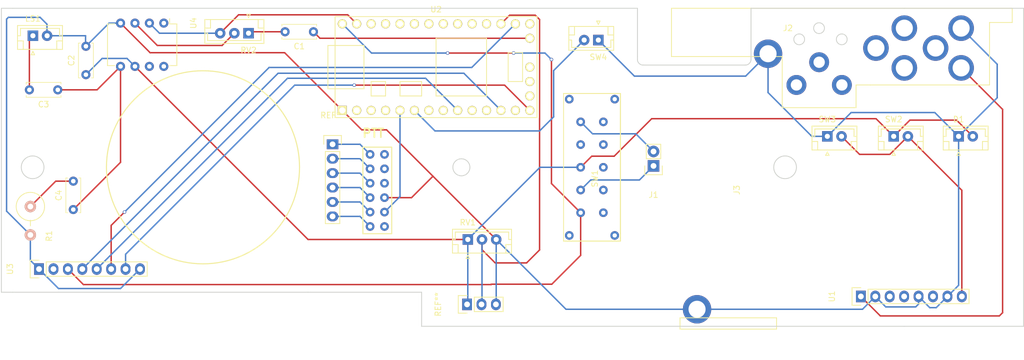
<source format=kicad_pcb>
(kicad_pcb (version 4) (host pcbnew 4.0.7)

  (general
    (links 45)
    (no_connects 1)
    (area 72.62912 58.414 253.075001 116.775001)
    (thickness 1.6)
    (drawings 26)
    (tracks 170)
    (zones 0)
    (modules 23)
    (nets 71)
  )

  (page A4)
  (title_block
    (comment 1 "November 2017")
    (comment 2 "Lacy Rhoades")
    (comment 3 lacy@colordeaf.net)
  )

  (layers
    (0 F.Cu signal)
    (31 B.Cu signal)
    (32 B.Adhes user)
    (33 F.Adhes user)
    (34 B.Paste user)
    (35 F.Paste user)
    (36 B.SilkS user)
    (37 F.SilkS user)
    (38 B.Mask user)
    (39 F.Mask user)
    (40 Dwgs.User user)
    (41 Cmts.User user)
    (42 Eco1.User user)
    (43 Eco2.User user)
    (44 Edge.Cuts user)
    (45 Margin user)
    (46 B.CrtYd user)
    (47 F.CrtYd user)
    (48 B.Fab user)
    (49 F.Fab user)
  )

  (setup
    (last_trace_width 0.25)
    (trace_clearance 0.2)
    (zone_clearance 0.508)
    (zone_45_only yes)
    (trace_min 0.2)
    (segment_width 0.2)
    (edge_width 0.15)
    (via_size 0.6)
    (via_drill 0.4)
    (via_min_size 0.4)
    (via_min_drill 0.3)
    (uvia_size 0.3)
    (uvia_drill 0.1)
    (uvias_allowed no)
    (uvia_min_size 0.2)
    (uvia_min_drill 0.1)
    (pcb_text_width 0.3)
    (pcb_text_size 1.5 1.5)
    (mod_edge_width 0.15)
    (mod_text_size 1 1)
    (mod_text_width 0.15)
    (pad_size 1.524 1.524)
    (pad_drill 0.762)
    (pad_to_mask_clearance 0.2)
    (aux_axis_origin 0 0)
    (visible_elements FFFFFF7F)
    (pcbplotparams
      (layerselection 0x00030_80000001)
      (usegerberextensions false)
      (excludeedgelayer true)
      (linewidth 0.100000)
      (plotframeref false)
      (viasonmask false)
      (mode 1)
      (useauxorigin false)
      (hpglpennumber 1)
      (hpglpenspeed 20)
      (hpglpendiameter 15)
      (hpglpenoverlay 2)
      (psnegative false)
      (psa4output false)
      (plotreference true)
      (plotvalue true)
      (plotinvisibletext false)
      (padsonsilk false)
      (subtractmaskfromsilk false)
      (outputformat 1)
      (mirror false)
      (drillshape 1)
      (scaleselection 1)
      (outputdirectory ""))
  )

  (net 0 "")
  (net 1 /LINE_OUT)
  (net 2 "Net-(C1-Pad2)")
  (net 3 +5V)
  (net 4 GND)
  (net 5 "Net-(C3-Pad1)")
  (net 6 "Net-(C3-Pad2)")
  (net 7 "Net-(C4-Pad2)")
  (net 8 "Net-(RV1-Pad2)")
  (net 9 "Net-(RV2-Pad2)")
  (net 10 GNDA)
  (net 11 "Net-(S1-Pad1)")
  (net 12 "Net-(S1-Pad2)")
  (net 13 "Net-(S1-Pad3)")
  (net 14 "Net-(S1-Pad4)")
  (net 15 "Net-(S1-Pad5)")
  (net 16 "Net-(S1-Pad6)")
  (net 17 "Net-(S1-Pad7)")
  (net 18 "Net-(S1-Pad8)")
  (net 19 "Net-(S1-Pad9)")
  (net 20 "Net-(S1-Pad12)")
  (net 21 /TEENSY_POW)
  (net 22 VCC)
  (net 23 "Net-(U1-Pad3)")
  (net 24 "Net-(U1-Pad4)")
  (net 25 "Net-(U1-Pad6)")
  (net 26 "Net-(U2-Pad2)")
  (net 27 /CS)
  (net 28 /DO)
  (net 29 /SCK)
  (net 30 /DI)
  (net 31 "Net-(U3-Pad2)")
  (net 32 "Net-(U4-Pad8)")
  (net 33 /PTT)
  (net 34 "Net-(SW2-Pad2)")
  (net 35 "Net-(J1-Pad1)")
  (net 36 "Net-(J1-Pad2)")
  (net 37 "Net-(J2-Pad2)")
  (net 38 "Net-(J2-Pad1)")
  (net 39 "Net-(SW1-Pad6)")
  (net 40 "Net-(SW1-Pad7)")
  (net 41 "Net-(SW1-Pad8)")
  (net 42 "Net-(SW1-Pad9)")
  (net 43 "Net-(SW4-Pad2)")
  (net 44 "Net-(U2-Pad17)")
  (net 45 "Net-(U2-Pad20)")
  (net 46 "Net-(U2-Pad16)")
  (net 47 "Net-(U2-Pad15)")
  (net 48 "Net-(U2-Pad23)")
  (net 49 "Net-(U2-Pad24)")
  (net 50 "Net-(U2-Pad25)")
  (net 51 "Net-(U2-Pad26)")
  (net 52 "Net-(U2-Pad27)")
  (net 53 "Net-(U2-Pad28)")
  (net 54 "Net-(U2-Pad29)")
  (net 55 "Net-(U2-Pad31)")
  (net 56 "Net-(U2-Pad13)")
  (net 57 "Net-(U2-Pad11)")
  (net 58 "Net-(U2-Pad10)")
  (net 59 "Net-(U2-Pad8)")
  (net 60 "Net-(U2-Pad7)")
  (net 61 "Net-(U2-Pad5)")
  (net 62 "Net-(U2-Pad4)")
  (net 63 "Net-(U2-Pad3)")
  (net 64 "Net-(U4-Pad1)")
  (net 65 "Net-(U4-Pad7)")
  (net 66 "Net-(J2-Pad3)")
  (net 67 "Net-(J2-Pad9)")
  (net 68 "Net-(J2-Pad6)")
  (net 69 "Net-(J2-Pad4)")
  (net 70 "Net-(J2-Pad5)")

  (net_class Default "This is the default net class."
    (clearance 0.2)
    (trace_width 0.25)
    (via_dia 0.6)
    (via_drill 0.4)
    (uvia_dia 0.3)
    (uvia_drill 0.1)
    (add_net +5V)
    (add_net /CS)
    (add_net /DI)
    (add_net /DO)
    (add_net /LINE_OUT)
    (add_net /PTT)
    (add_net /SCK)
    (add_net /TEENSY_POW)
    (add_net GND)
    (add_net GNDA)
    (add_net "Net-(C1-Pad2)")
    (add_net "Net-(C3-Pad1)")
    (add_net "Net-(C3-Pad2)")
    (add_net "Net-(C4-Pad2)")
    (add_net "Net-(J1-Pad1)")
    (add_net "Net-(J1-Pad2)")
    (add_net "Net-(J2-Pad1)")
    (add_net "Net-(J2-Pad2)")
    (add_net "Net-(J2-Pad3)")
    (add_net "Net-(J2-Pad4)")
    (add_net "Net-(J2-Pad5)")
    (add_net "Net-(J2-Pad6)")
    (add_net "Net-(J2-Pad9)")
    (add_net "Net-(RV1-Pad2)")
    (add_net "Net-(RV2-Pad2)")
    (add_net "Net-(S1-Pad1)")
    (add_net "Net-(S1-Pad12)")
    (add_net "Net-(S1-Pad2)")
    (add_net "Net-(S1-Pad3)")
    (add_net "Net-(S1-Pad4)")
    (add_net "Net-(S1-Pad5)")
    (add_net "Net-(S1-Pad6)")
    (add_net "Net-(S1-Pad7)")
    (add_net "Net-(S1-Pad8)")
    (add_net "Net-(S1-Pad9)")
    (add_net "Net-(SW1-Pad6)")
    (add_net "Net-(SW1-Pad7)")
    (add_net "Net-(SW1-Pad8)")
    (add_net "Net-(SW1-Pad9)")
    (add_net "Net-(SW2-Pad2)")
    (add_net "Net-(SW4-Pad2)")
    (add_net "Net-(U1-Pad3)")
    (add_net "Net-(U1-Pad4)")
    (add_net "Net-(U1-Pad6)")
    (add_net "Net-(U2-Pad10)")
    (add_net "Net-(U2-Pad11)")
    (add_net "Net-(U2-Pad13)")
    (add_net "Net-(U2-Pad15)")
    (add_net "Net-(U2-Pad16)")
    (add_net "Net-(U2-Pad17)")
    (add_net "Net-(U2-Pad2)")
    (add_net "Net-(U2-Pad20)")
    (add_net "Net-(U2-Pad23)")
    (add_net "Net-(U2-Pad24)")
    (add_net "Net-(U2-Pad25)")
    (add_net "Net-(U2-Pad26)")
    (add_net "Net-(U2-Pad27)")
    (add_net "Net-(U2-Pad28)")
    (add_net "Net-(U2-Pad29)")
    (add_net "Net-(U2-Pad3)")
    (add_net "Net-(U2-Pad31)")
    (add_net "Net-(U2-Pad4)")
    (add_net "Net-(U2-Pad5)")
    (add_net "Net-(U2-Pad7)")
    (add_net "Net-(U2-Pad8)")
    (add_net "Net-(U3-Pad2)")
    (add_net "Net-(U4-Pad1)")
    (add_net "Net-(U4-Pad7)")
    (add_net "Net-(U4-Pad8)")
    (add_net VCC)
  )

  (net_class Ground ""
    (clearance 0.2)
    (trace_width 0.6)
    (via_dia 0.6)
    (via_drill 0.4)
    (uvia_dia 0.3)
    (uvia_drill 0.1)
  )

  (module 4pdt:Power_Jack locked (layer F.Cu) (tedit 5A1F8423) (tstamp 5A1B65ED)
    (at 211.5 64 180)
    (path /5A1B5FC7)
    (fp_text reference J2 (at 0 0.5 180) (layer F.SilkS)
      (effects (font (size 1 1) (thickness 0.15)))
    )
    (fp_text value PowerJack (at 0 -1 180) (layer F.Fab)
      (effects (font (size 1 1) (thickness 0.15)))
    )
    (fp_line (start -12 -9.5) (end -14.5 -9.5) (layer F.SilkS) (width 0.15))
    (fp_line (start 1 -13.5) (end -12 -13.5) (layer F.SilkS) (width 0.15))
    (fp_line (start -12 -13.5) (end -12 -9.5) (layer F.SilkS) (width 0.15))
    (fp_line (start -39.5 4) (end 20.5 4) (layer F.SilkS) (width 0.15))
    (fp_line (start 20.5 4) (end 20.5 -4.5) (layer F.SilkS) (width 0.15))
    (fp_line (start 20.5 -4.5) (end 1 -4.5) (layer F.SilkS) (width 0.15))
    (fp_line (start 1 -4.5) (end 1 -13.5) (layer F.SilkS) (width 0.15))
    (fp_line (start -35.5 1.5) (end -39.5 1.5) (layer F.SilkS) (width 0.15))
    (fp_line (start -14.5 -9.5) (end -35.5 -9.5) (layer F.SilkS) (width 0.15))
    (fp_line (start -35.5 -9.5) (end -35.5 1.5) (layer F.SilkS) (width 0.15))
    (fp_line (start -39.5 1.5) (end -39.5 4) (layer F.SilkS) (width 0.15))
    (pad 3 thru_hole circle (at -1.5 -9.5 180) (size 3.5 3.5) (drill 2) (layers *.Cu *.Mask)
      (net 66 "Net-(J2-Pad3)"))
    (pad 1 thru_hole circle (at -9.5 -9.5 180) (size 3.5 3.5) (drill 2) (layers *.Cu *.Mask)
      (net 38 "Net-(J2-Pad1)"))
    (pad 2 thru_hole circle (at -5.5 -5.5 180) (size 3.5 3.5) (drill 2) (layers *.Cu *.Mask)
      (net 37 "Net-(J2-Pad2)"))
    (pad 8 thru_hole circle (at -30.5 0.5 180) (size 4.5 4.5) (drill 3) (layers *.Cu *.Mask)
      (net 4 GND))
    (pad 7 thru_hole circle (at -30.5 -6.5 180) (size 4.5 4.5) (drill 3) (layers *.Cu *.Mask)
      (net 22 VCC))
    (pad 9 thru_hole circle (at -26 -3 180) (size 4.5 4.5) (drill 3) (layers *.Cu *.Mask)
      (net 67 "Net-(J2-Pad9)"))
    (pad 6 thru_hole circle (at -15.5 -3 180) (size 4.5 4.5) (drill 3) (layers *.Cu *.Mask)
      (net 68 "Net-(J2-Pad6)"))
    (pad 4 thru_hole circle (at -20.5 -6.5 180) (size 4.5 4.5) (drill 3) (layers *.Cu *.Mask)
      (net 69 "Net-(J2-Pad4)"))
    (pad 5 thru_hole circle (at -20.5 0.5 180) (size 4.5 4.5) (drill 3) (layers *.Cu *.Mask)
      (net 70 "Net-(J2-Pad5)"))
  )

  (module 4pdt:POT_MOUNT locked (layer F.Cu) (tedit 5A1F8436) (tstamp 5A1B6121)
    (at 201.5 92.5 90)
    (path /5A1B446E)
    (fp_text reference J3 (at 0.5 1 90) (layer F.SilkS)
      (effects (font (size 1 1) (thickness 0.15)))
    )
    (fp_text value POT_MOUNT (at 0.5 -2 90) (layer F.Fab)
      (effects (font (size 1 1) (thickness 0.15)))
    )
    (fp_line (start -22 -9) (end -24 -9) (layer F.SilkS) (width 0.15))
    (fp_line (start -24 -9) (end -24 8) (layer F.SilkS) (width 0.15))
    (fp_line (start -24 8) (end -22 8) (layer F.SilkS) (width 0.15))
    (fp_line (start -22 8) (end -22 -9) (layer F.SilkS) (width 0.15))
    (pad 2 thru_hole circle (at 24.5 6.5 90) (size 5 5) (drill 3) (layers *.Cu *.Mask)
      (net 4 GND))
    (pad 1 thru_hole circle (at -20.5 -6 90) (size 5 5) (drill 3) (layers *.Cu *.Mask)
      (net 4 GND))
  )

  (module 4pdt:4pdt (layer F.Cu) (tedit 5A1B3E4F) (tstamp 5A84AE55)
    (at 141.732 88.265)
    (path /5A0A4F19)
    (fp_text reference S1 (at 2.54 1.27) (layer F.SilkS) hide
      (effects (font (size 1 1) (thickness 0.15)))
    )
    (fp_text value PTT (at 2 1) (layer F.Fab)
      (effects (font (size 1 1) (thickness 0.15)))
    )
    (fp_line (start 0 -3.81) (end 0 11.43) (layer F.SilkS) (width 0.15))
    (fp_line (start -5.08 11.43) (end -5.08 -3.81) (layer F.SilkS) (width 0.15))
    (fp_line (start -5.08 11.43) (end 0 11.43) (layer F.SilkS) (width 0.15))
    (fp_line (start -5.08 -3.81) (end -5.08 11.43) (layer F.SilkS) (width 0.15))
    (fp_line (start -5.08 -3.81) (end 0 -3.81) (layer F.SilkS) (width 0.15))
    (fp_line (start 0 -3.81) (end 0 11.43) (layer F.SilkS) (width 0.15))
    (fp_line (start 0 11.43) (end -5.08 11.43) (layer F.SilkS) (width 0.15))
    (fp_line (start -5.08 11.43) (end -5.08 -3.81) (layer F.SilkS) (width 0.15))
    (fp_line (start -5.08 -3.81) (end 0 -3.81) (layer F.SilkS) (width 0.15))
    (pad 1 thru_hole circle (at -3.81 -2.54) (size 1.524 1.524) (drill 0.762) (layers *.Cu *.Mask)
      (net 11 "Net-(S1-Pad1)"))
    (pad 2 thru_hole circle (at -3.81 0) (size 1.524 1.524) (drill 0.762) (layers *.Cu *.Mask)
      (net 12 "Net-(S1-Pad2)"))
    (pad 3 thru_hole circle (at -3.81 2.54) (size 1.524 1.524) (drill 0.762) (layers *.Cu *.Mask)
      (net 13 "Net-(S1-Pad3)"))
    (pad 4 thru_hole circle (at -3.81 5.08) (size 1.524 1.524) (drill 0.762) (layers *.Cu *.Mask)
      (net 14 "Net-(S1-Pad4)"))
    (pad 5 thru_hole circle (at -3.81 7.62) (size 1.524 1.524) (drill 0.762) (layers *.Cu *.Mask)
      (net 15 "Net-(S1-Pad5)"))
    (pad 6 thru_hole circle (at -3.81 10.16) (size 1.524 1.524) (drill 0.762) (layers *.Cu *.Mask)
      (net 16 "Net-(S1-Pad6)"))
    (pad 7 thru_hole circle (at -1.27 -2.54) (size 1.524 1.524) (drill 0.762) (layers *.Cu *.Mask)
      (net 17 "Net-(S1-Pad7)"))
    (pad 8 thru_hole circle (at -1.27 0) (size 1.524 1.524) (drill 0.762) (layers *.Cu *.Mask)
      (net 18 "Net-(S1-Pad8)"))
    (pad 9 thru_hole circle (at -1.27 2.54) (size 1.524 1.524) (drill 0.762) (layers *.Cu *.Mask)
      (net 19 "Net-(S1-Pad9)"))
    (pad 10 thru_hole circle (at -1.27 5.08) (size 1.524 1.524) (drill 0.762) (layers *.Cu *.Mask)
      (net 4 GND))
    (pad 11 thru_hole circle (at -1.27 7.62) (size 1.524 1.524) (drill 0.762) (layers *.Cu *.Mask)
      (net 33 /PTT))
    (pad 12 thru_hole circle (at -1.27 10.16) (size 1.524 1.524) (drill 0.762) (layers *.Cu *.Mask)
      (net 20 "Net-(S1-Pad12)"))
  )

  (module 4pdt:3pdt locked (layer F.Cu) (tedit 5A1F8455) (tstamp 5A1B6375)
    (at 177 90 90)
    (path /5A1B8D26)
    (fp_text reference SW1 (at 0 0.5 90) (layer F.SilkS)
      (effects (font (size 1 1) (thickness 0.15)))
    )
    (fp_text value ChanSw (at 0 -0.5 90) (layer F.Fab)
      (effects (font (size 1 1) (thickness 0.15)))
    )
    (fp_line (start 15 5) (end -11 5) (layer F.SilkS) (width 0.15))
    (fp_line (start -11 5) (end 15 5) (layer F.SilkS) (width 0.15))
    (fp_line (start 15 5) (end 15 -5) (layer F.SilkS) (width 0.15))
    (fp_line (start -11 5) (end 15 5) (layer F.SilkS) (width 0.15))
    (fp_line (start -11 5) (end -11 -5) (layer F.SilkS) (width 0.15))
    (fp_line (start -11 -5) (end -11 5) (layer F.SilkS) (width 0.15))
    (fp_line (start 15 5) (end -11 5) (layer F.SilkS) (width 0.15))
    (fp_line (start 15 -5) (end 15 5) (layer F.SilkS) (width 0.15))
    (fp_line (start -11 -5) (end 15 -5) (layer F.SilkS) (width 0.15))
    (pad 1 thru_hole circle (at -6 -2 90) (size 1.524 1.524) (drill 0.762) (layers *.Cu *.Mask)
      (net 21 /TEENSY_POW))
    (pad 6 thru_hole circle (at -6 2 90) (size 1.524 1.524) (drill 0.762) (layers *.Cu *.Mask)
      (net 39 "Net-(SW1-Pad6)"))
    (pad 7 thru_hole circle (at -2 2 90) (size 1.524 1.524) (drill 0.762) (layers *.Cu *.Mask)
      (net 40 "Net-(SW1-Pad7)"))
    (pad 8 thru_hole circle (at 2 2 90) (size 1.524 1.524) (drill 0.762) (layers *.Cu *.Mask)
      (net 41 "Net-(SW1-Pad8)"))
    (pad 9 thru_hole circle (at 6 2 90) (size 1.524 1.524) (drill 0.762) (layers *.Cu *.Mask)
      (net 42 "Net-(SW1-Pad9)"))
    (pad 10 thru_hole circle (at 10 2 90) (size 1.524 1.524) (drill 0.762) (layers *.Cu *.Mask))
    (pad "" thru_hole circle (at -10 4 90) (size 1.524 1.524) (drill 0.762) (layers *.Cu *.Mask))
    (pad "" thru_hole circle (at -10 -4 90) (size 1.524 1.524) (drill 0.762) (layers *.Cu *.Mask))
    (pad 2 thru_hole circle (at -2 -2 90) (size 1.524 1.524) (drill 0.762) (layers *.Cu *.Mask)
      (net 35 "Net-(J1-Pad1)"))
    (pad 3 thru_hole circle (at 2 -2 90) (size 1.524 1.524) (drill 0.762) (layers *.Cu *.Mask)
      (net 3 +5V))
    (pad 4 thru_hole circle (at 6 -2 90) (size 1.524 1.524) (drill 0.762) (layers *.Cu *.Mask))
    (pad 5 thru_hole circle (at 10 -2 90) (size 1.524 1.524) (drill 0.762) (layers *.Cu *.Mask)
      (net 36 "Net-(J1-Pad2)"))
    (pad "" thru_hole circle (at 14 4 90) (size 1.524 1.524) (drill 0.762) (layers *.Cu *.Mask))
    (pad "" thru_hole circle (at 14 -4 90) (size 1.524 1.524) (drill 0.762) (layers *.Cu *.Mask))
  )

  (module Capacitors_THT:C_Disc_D6.0mm_W2.5mm_P5.00mm (layer F.Cu) (tedit 5A24CF6C) (tstamp 5A92FB12)
    (at 127.9525 64.135 180)
    (descr "C, Disc series, Radial, pin pitch=5.00mm, , diameter*width=6*2.5mm^2, Capacitor, http://cdn-reichelt.de/documents/datenblatt/B300/DS_KERKO_TC.pdf")
    (tags "C Disc series Radial pin pitch 5.00mm  diameter 6mm width 2.5mm Capacitor")
    (path /59DEBF5B)
    (fp_text reference C1 (at 2.5 -2.56 180) (layer F.SilkS)
      (effects (font (size 1 1) (thickness 0.15)))
    )
    (fp_text value 10µF (at 2.5 2.56 180) (layer F.Fab)
      (effects (font (size 1 1) (thickness 0.15)))
    )
    (fp_line (start -0.5 -1.25) (end -0.5 1.25) (layer F.Fab) (width 0.1))
    (fp_line (start -0.5 1.25) (end 5.5 1.25) (layer F.Fab) (width 0.1))
    (fp_line (start 5.5 1.25) (end 5.5 -1.25) (layer F.Fab) (width 0.1))
    (fp_line (start 5.5 -1.25) (end -0.5 -1.25) (layer F.Fab) (width 0.1))
    (fp_line (start -0.56 -1.31) (end 5.56 -1.31) (layer F.SilkS) (width 0.12))
    (fp_line (start -0.56 1.31) (end 5.56 1.31) (layer F.SilkS) (width 0.12))
    (fp_line (start -0.56 -1.31) (end -0.56 -0.996) (layer F.SilkS) (width 0.12))
    (fp_line (start -0.56 0.996) (end -0.56 1.31) (layer F.SilkS) (width 0.12))
    (fp_line (start 5.56 -1.31) (end 5.56 -0.996) (layer F.SilkS) (width 0.12))
    (fp_line (start 5.56 0.996) (end 5.56 1.31) (layer F.SilkS) (width 0.12))
    (fp_line (start -1.05 -1.6) (end -1.05 1.6) (layer F.CrtYd) (width 0.05))
    (fp_line (start -1.05 1.6) (end 6.05 1.6) (layer F.CrtYd) (width 0.05))
    (fp_line (start 6.05 1.6) (end 6.05 -1.6) (layer F.CrtYd) (width 0.05))
    (fp_line (start 6.05 -1.6) (end -1.05 -1.6) (layer F.CrtYd) (width 0.05))
    (fp_text user %R (at 2.5 0 360) (layer F.Fab)
      (effects (font (size 1 1) (thickness 0.15)))
    )
    (pad 1 thru_hole circle (at 0 0 180) (size 1.6 1.6) (drill 0.8) (layers *.Cu *.Mask)
      (net 1 /LINE_OUT))
    (pad 2 thru_hole circle (at 5 0 180) (size 1.6 1.6) (drill 0.8) (layers *.Cu *.Mask)
      (net 2 "Net-(C1-Pad2)"))
    (model ${KISYS3DMOD}/Capacitors_THT.3dshapes/C_Disc_D6.0mm_W2.5mm_P5.00mm.wrl
      (at (xyz 0 0 0))
      (scale (xyz 1 1 1))
      (rotate (xyz 0 0 0))
    )
  )

  (module Capacitors_THT:C_Disc_D6.0mm_W2.5mm_P5.00mm (layer F.Cu) (tedit 597BC7C2) (tstamp 5A92FB27)
    (at 87.884 71.6915 90)
    (descr "C, Disc series, Radial, pin pitch=5.00mm, , diameter*width=6*2.5mm^2, Capacitor, http://cdn-reichelt.de/documents/datenblatt/B300/DS_KERKO_TC.pdf")
    (tags "C Disc series Radial pin pitch 5.00mm  diameter 6mm width 2.5mm Capacitor")
    (path /5A1A6245)
    (fp_text reference C2 (at 2.5 -2.56 90) (layer F.SilkS)
      (effects (font (size 1 1) (thickness 0.15)))
    )
    (fp_text value 1µF (at 2.5 2.56 90) (layer F.Fab)
      (effects (font (size 1 1) (thickness 0.15)))
    )
    (fp_line (start -0.5 -1.25) (end -0.5 1.25) (layer F.Fab) (width 0.1))
    (fp_line (start -0.5 1.25) (end 5.5 1.25) (layer F.Fab) (width 0.1))
    (fp_line (start 5.5 1.25) (end 5.5 -1.25) (layer F.Fab) (width 0.1))
    (fp_line (start 5.5 -1.25) (end -0.5 -1.25) (layer F.Fab) (width 0.1))
    (fp_line (start -0.56 -1.31) (end 5.56 -1.31) (layer F.SilkS) (width 0.12))
    (fp_line (start -0.56 1.31) (end 5.56 1.31) (layer F.SilkS) (width 0.12))
    (fp_line (start -0.56 -1.31) (end -0.56 -0.996) (layer F.SilkS) (width 0.12))
    (fp_line (start -0.56 0.996) (end -0.56 1.31) (layer F.SilkS) (width 0.12))
    (fp_line (start 5.56 -1.31) (end 5.56 -0.996) (layer F.SilkS) (width 0.12))
    (fp_line (start 5.56 0.996) (end 5.56 1.31) (layer F.SilkS) (width 0.12))
    (fp_line (start -1.05 -1.6) (end -1.05 1.6) (layer F.CrtYd) (width 0.05))
    (fp_line (start -1.05 1.6) (end 6.05 1.6) (layer F.CrtYd) (width 0.05))
    (fp_line (start 6.05 1.6) (end 6.05 -1.6) (layer F.CrtYd) (width 0.05))
    (fp_line (start 6.05 -1.6) (end -1.05 -1.6) (layer F.CrtYd) (width 0.05))
    (fp_text user %R (at 2.5 0 90) (layer F.Fab)
      (effects (font (size 1 1) (thickness 0.15)))
    )
    (pad 1 thru_hole circle (at 0 0 90) (size 1.6 1.6) (drill 0.8) (layers *.Cu *.Mask)
      (net 3 +5V))
    (pad 2 thru_hole circle (at 5 0 90) (size 1.6 1.6) (drill 0.8) (layers *.Cu *.Mask)
      (net 4 GND))
    (model ${KISYS3DMOD}/Capacitors_THT.3dshapes/C_Disc_D6.0mm_W2.5mm_P5.00mm.wrl
      (at (xyz 0 0 0))
      (scale (xyz 1 1 1))
      (rotate (xyz 0 0 0))
    )
  )

  (module Capacitors_THT:C_Disc_D6.0mm_W2.5mm_P5.00mm (layer F.Cu) (tedit 597BC7C2) (tstamp 5A92FB3C)
    (at 82.931 74.3585 180)
    (descr "C, Disc series, Radial, pin pitch=5.00mm, , diameter*width=6*2.5mm^2, Capacitor, http://cdn-reichelt.de/documents/datenblatt/B300/DS_KERKO_TC.pdf")
    (tags "C Disc series Radial pin pitch 5.00mm  diameter 6mm width 2.5mm Capacitor")
    (path /59DEC7B9)
    (fp_text reference C3 (at 2.5 -2.56 180) (layer F.SilkS)
      (effects (font (size 1 1) (thickness 0.15)))
    )
    (fp_text value "220 µF" (at 2.5 2.56 180) (layer F.Fab)
      (effects (font (size 1 1) (thickness 0.15)))
    )
    (fp_line (start -0.5 -1.25) (end -0.5 1.25) (layer F.Fab) (width 0.1))
    (fp_line (start -0.5 1.25) (end 5.5 1.25) (layer F.Fab) (width 0.1))
    (fp_line (start 5.5 1.25) (end 5.5 -1.25) (layer F.Fab) (width 0.1))
    (fp_line (start 5.5 -1.25) (end -0.5 -1.25) (layer F.Fab) (width 0.1))
    (fp_line (start -0.56 -1.31) (end 5.56 -1.31) (layer F.SilkS) (width 0.12))
    (fp_line (start -0.56 1.31) (end 5.56 1.31) (layer F.SilkS) (width 0.12))
    (fp_line (start -0.56 -1.31) (end -0.56 -0.996) (layer F.SilkS) (width 0.12))
    (fp_line (start -0.56 0.996) (end -0.56 1.31) (layer F.SilkS) (width 0.12))
    (fp_line (start 5.56 -1.31) (end 5.56 -0.996) (layer F.SilkS) (width 0.12))
    (fp_line (start 5.56 0.996) (end 5.56 1.31) (layer F.SilkS) (width 0.12))
    (fp_line (start -1.05 -1.6) (end -1.05 1.6) (layer F.CrtYd) (width 0.05))
    (fp_line (start -1.05 1.6) (end 6.05 1.6) (layer F.CrtYd) (width 0.05))
    (fp_line (start 6.05 1.6) (end 6.05 -1.6) (layer F.CrtYd) (width 0.05))
    (fp_line (start 6.05 -1.6) (end -1.05 -1.6) (layer F.CrtYd) (width 0.05))
    (fp_text user %R (at 2.5 0 180) (layer F.Fab)
      (effects (font (size 1 1) (thickness 0.15)))
    )
    (pad 1 thru_hole circle (at 0 0 180) (size 1.6 1.6) (drill 0.8) (layers *.Cu *.Mask)
      (net 5 "Net-(C3-Pad1)"))
    (pad 2 thru_hole circle (at 5 0 180) (size 1.6 1.6) (drill 0.8) (layers *.Cu *.Mask)
      (net 6 "Net-(C3-Pad2)"))
    (model ${KISYS3DMOD}/Capacitors_THT.3dshapes/C_Disc_D6.0mm_W2.5mm_P5.00mm.wrl
      (at (xyz 0 0 0))
      (scale (xyz 1 1 1))
      (rotate (xyz 0 0 0))
    )
  )

  (module Capacitors_THT:C_Disc_D6.0mm_W2.5mm_P5.00mm (layer F.Cu) (tedit 597BC7C2) (tstamp 5A92FB51)
    (at 85.6615 95.4405 90)
    (descr "C, Disc series, Radial, pin pitch=5.00mm, , diameter*width=6*2.5mm^2, Capacitor, http://cdn-reichelt.de/documents/datenblatt/B300/DS_KERKO_TC.pdf")
    (tags "C Disc series Radial pin pitch 5.00mm  diameter 6mm width 2.5mm Capacitor")
    (path /5A1A67D9)
    (fp_text reference C4 (at 2.5 -2.56 90) (layer F.SilkS)
      (effects (font (size 1 1) (thickness 0.15)))
    )
    (fp_text value 0.05µF (at 2.5 2.56 90) (layer F.Fab)
      (effects (font (size 1 1) (thickness 0.15)))
    )
    (fp_line (start -0.5 -1.25) (end -0.5 1.25) (layer F.Fab) (width 0.1))
    (fp_line (start -0.5 1.25) (end 5.5 1.25) (layer F.Fab) (width 0.1))
    (fp_line (start 5.5 1.25) (end 5.5 -1.25) (layer F.Fab) (width 0.1))
    (fp_line (start 5.5 -1.25) (end -0.5 -1.25) (layer F.Fab) (width 0.1))
    (fp_line (start -0.56 -1.31) (end 5.56 -1.31) (layer F.SilkS) (width 0.12))
    (fp_line (start -0.56 1.31) (end 5.56 1.31) (layer F.SilkS) (width 0.12))
    (fp_line (start -0.56 -1.31) (end -0.56 -0.996) (layer F.SilkS) (width 0.12))
    (fp_line (start -0.56 0.996) (end -0.56 1.31) (layer F.SilkS) (width 0.12))
    (fp_line (start 5.56 -1.31) (end 5.56 -0.996) (layer F.SilkS) (width 0.12))
    (fp_line (start 5.56 0.996) (end 5.56 1.31) (layer F.SilkS) (width 0.12))
    (fp_line (start -1.05 -1.6) (end -1.05 1.6) (layer F.CrtYd) (width 0.05))
    (fp_line (start -1.05 1.6) (end 6.05 1.6) (layer F.CrtYd) (width 0.05))
    (fp_line (start 6.05 1.6) (end 6.05 -1.6) (layer F.CrtYd) (width 0.05))
    (fp_line (start 6.05 -1.6) (end -1.05 -1.6) (layer F.CrtYd) (width 0.05))
    (fp_text user %R (at 2.5 0 90) (layer F.Fab)
      (effects (font (size 1 1) (thickness 0.15)))
    )
    (pad 1 thru_hole circle (at 0 0 90) (size 1.6 1.6) (drill 0.8) (layers *.Cu *.Mask)
      (net 5 "Net-(C3-Pad1)"))
    (pad 2 thru_hole circle (at 5 0 90) (size 1.6 1.6) (drill 0.8) (layers *.Cu *.Mask)
      (net 7 "Net-(C4-Pad2)"))
    (model ${KISYS3DMOD}/Capacitors_THT.3dshapes/C_Disc_D6.0mm_W2.5mm_P5.00mm.wrl
      (at (xyz 0 0 0))
      (scale (xyz 1 1 1))
      (rotate (xyz 0 0 0))
    )
  )

  (module Connectors_JST:JST_EH_B02B-EH-A_02x2.50mm_Straight (layer F.Cu) (tedit 56EE9564) (tstamp 5A92FB6B)
    (at 241.554 82.55)
    (descr "JST EH series connector, B02B-EH-A, 2.50mm pitch, top entry")
    (tags "connector jst eh top vertical straight")
    (path /5A1A52F2)
    (fp_text reference D1 (at 0 -3) (layer F.SilkS)
      (effects (font (size 1 1) (thickness 0.15)))
    )
    (fp_text value "Mod LED" (at 0 5) (layer F.Fab)
      (effects (font (size 1 1) (thickness 0.15)))
    )
    (fp_line (start -2.7 -1.8) (end -2.7 2.4) (layer F.SilkS) (width 0.15))
    (fp_line (start -2.7 2.4) (end 5.2 2.4) (layer F.SilkS) (width 0.15))
    (fp_line (start 5.2 2.4) (end 5.2 -1.8) (layer F.SilkS) (width 0.15))
    (fp_line (start 5.2 -1.8) (end -2.7 -1.8) (layer F.SilkS) (width 0.15))
    (fp_line (start -2.7 0) (end -2.2 0) (layer F.SilkS) (width 0.15))
    (fp_line (start -2.2 0) (end -2.2 -1.3) (layer F.SilkS) (width 0.15))
    (fp_line (start -2.2 -1.3) (end 4.7 -1.3) (layer F.SilkS) (width 0.15))
    (fp_line (start 4.7 -1.3) (end 4.7 0) (layer F.SilkS) (width 0.15))
    (fp_line (start 4.7 0) (end 5.2 0) (layer F.SilkS) (width 0.15))
    (fp_line (start -2.7 0.9) (end -1.7 0.9) (layer F.SilkS) (width 0.15))
    (fp_line (start -1.7 0.9) (end -1.7 2.4) (layer F.SilkS) (width 0.15))
    (fp_line (start 5.2 0.9) (end 4.2 0.9) (layer F.SilkS) (width 0.15))
    (fp_line (start 4.2 0.9) (end 4.2 2.4) (layer F.SilkS) (width 0.15))
    (fp_line (start 0 2.75) (end -0.3 3.35) (layer F.SilkS) (width 0.15))
    (fp_line (start -0.3 3.35) (end 0.3 3.35) (layer F.SilkS) (width 0.15))
    (fp_line (start 0.3 3.35) (end 0 2.75) (layer F.SilkS) (width 0.15))
    (fp_line (start -3.2 -2.3) (end -3.2 2.9) (layer F.CrtYd) (width 0.05))
    (fp_line (start -3.2 2.9) (end 5.7 2.9) (layer F.CrtYd) (width 0.05))
    (fp_line (start 5.7 2.9) (end 5.7 -2.3) (layer F.CrtYd) (width 0.05))
    (fp_line (start 5.7 -2.3) (end -3.2 -2.3) (layer F.CrtYd) (width 0.05))
    (pad 1 thru_hole rect (at 0 0) (size 1.85 1.85) (drill 0.9) (layers *.Cu *.Mask)
      (net 4 GND))
    (pad 2 thru_hole circle (at 2.5 0) (size 1.85 1.85) (drill 0.9) (layers *.Cu *.Mask)
      (net 3 +5V))
    (model Connectors_JST.3dshapes/JST_EH_B02B-EH-A_02x2.50mm_Straight.wrl
      (at (xyz 0 0 0))
      (scale (xyz 1 1 1))
      (rotate (xyz 0 0 0))
    )
  )

  (module Connectors_JST:JST_EH_B02B-EH-A_02x2.50mm_Straight (layer F.Cu) (tedit 56EE9564) (tstamp 5A92FBA8)
    (at 78.5495 64.8335)
    (descr "JST EH series connector, B02B-EH-A, 2.50mm pitch, top entry")
    (tags "connector jst eh top vertical straight")
    (path /59DEC89A)
    (fp_text reference LS1 (at 0 -3) (layer F.SilkS)
      (effects (font (size 1 1) (thickness 0.15)))
    )
    (fp_text value Speaker (at 0 5) (layer F.Fab)
      (effects (font (size 1 1) (thickness 0.15)))
    )
    (fp_line (start -2.7 -1.8) (end -2.7 2.4) (layer F.SilkS) (width 0.15))
    (fp_line (start -2.7 2.4) (end 5.2 2.4) (layer F.SilkS) (width 0.15))
    (fp_line (start 5.2 2.4) (end 5.2 -1.8) (layer F.SilkS) (width 0.15))
    (fp_line (start 5.2 -1.8) (end -2.7 -1.8) (layer F.SilkS) (width 0.15))
    (fp_line (start -2.7 0) (end -2.2 0) (layer F.SilkS) (width 0.15))
    (fp_line (start -2.2 0) (end -2.2 -1.3) (layer F.SilkS) (width 0.15))
    (fp_line (start -2.2 -1.3) (end 4.7 -1.3) (layer F.SilkS) (width 0.15))
    (fp_line (start 4.7 -1.3) (end 4.7 0) (layer F.SilkS) (width 0.15))
    (fp_line (start 4.7 0) (end 5.2 0) (layer F.SilkS) (width 0.15))
    (fp_line (start -2.7 0.9) (end -1.7 0.9) (layer F.SilkS) (width 0.15))
    (fp_line (start -1.7 0.9) (end -1.7 2.4) (layer F.SilkS) (width 0.15))
    (fp_line (start 5.2 0.9) (end 4.2 0.9) (layer F.SilkS) (width 0.15))
    (fp_line (start 4.2 0.9) (end 4.2 2.4) (layer F.SilkS) (width 0.15))
    (fp_line (start 0 2.75) (end -0.3 3.35) (layer F.SilkS) (width 0.15))
    (fp_line (start -0.3 3.35) (end 0.3 3.35) (layer F.SilkS) (width 0.15))
    (fp_line (start 0.3 3.35) (end 0 2.75) (layer F.SilkS) (width 0.15))
    (fp_line (start -3.2 -2.3) (end -3.2 2.9) (layer F.CrtYd) (width 0.05))
    (fp_line (start -3.2 2.9) (end 5.7 2.9) (layer F.CrtYd) (width 0.05))
    (fp_line (start 5.7 2.9) (end 5.7 -2.3) (layer F.CrtYd) (width 0.05))
    (fp_line (start 5.7 -2.3) (end -3.2 -2.3) (layer F.CrtYd) (width 0.05))
    (pad 1 thru_hole rect (at 0 0) (size 1.85 1.85) (drill 0.9) (layers *.Cu *.Mask)
      (net 6 "Net-(C3-Pad2)"))
    (pad 2 thru_hole circle (at 2.5 0) (size 1.85 1.85) (drill 0.9) (layers *.Cu *.Mask)
      (net 4 GND))
    (model Connectors_JST.3dshapes/JST_EH_B02B-EH-A_02x2.50mm_Straight.wrl
      (at (xyz 0 0 0))
      (scale (xyz 1 1 1))
      (rotate (xyz 0 0 0))
    )
  )

  (module Resistors_THT:Resistor_Vertical_RM5mm (layer F.Cu) (tedit 0) (tstamp 5A92FBB0)
    (at 78.105 97.409 270)
    (descr "Resistor, Vertical, RM 5mm, 1/3W,")
    (tags "Resistor, Vertical, RM 5mm, 1/3W,")
    (path /5A1A6930)
    (fp_text reference R1 (at 2.70002 -3.29946 270) (layer F.SilkS)
      (effects (font (size 1 1) (thickness 0.15)))
    )
    (fp_text value 10 (at 0 4.50088 270) (layer F.Fab)
      (effects (font (size 1 1) (thickness 0.15)))
    )
    (fp_line (start -0.09906 0) (end 0.9017 0) (layer F.SilkS) (width 0.15))
    (fp_circle (center -2.49936 0) (end 0 0) (layer F.SilkS) (width 0.15))
    (pad 1 thru_hole circle (at -2.49936 0 270) (size 1.99898 1.99898) (drill 1.00076) (layers *.Cu *.SilkS *.Mask)
      (net 7 "Net-(C4-Pad2)"))
    (pad 2 thru_hole circle (at 2.5019 0 270) (size 1.99898 1.99898) (drill 1.00076) (layers *.Cu *.SilkS *.Mask)
      (net 4 GND))
  )

  (module Connectors_JST:JST_EH_B03B-EH-A_03x2.50mm_Straight (layer F.Cu) (tedit 56EE9564) (tstamp 5A92FBCB)
    (at 155.1305 100.711)
    (descr "JST EH series connector, B03B-EH-A, 2.50mm pitch, top entry")
    (tags "connector jst eh top vertical straight")
    (path /5A1A4E89)
    (fp_text reference RV1 (at 0 -3) (layer F.SilkS)
      (effects (font (size 1 1) (thickness 0.15)))
    )
    (fp_text value "10k LIN" (at 0 5) (layer F.Fab)
      (effects (font (size 1 1) (thickness 0.15)))
    )
    (fp_line (start -2.7 -1.8) (end -2.7 2.4) (layer F.SilkS) (width 0.15))
    (fp_line (start -2.7 2.4) (end 7.7 2.4) (layer F.SilkS) (width 0.15))
    (fp_line (start 7.7 2.4) (end 7.7 -1.8) (layer F.SilkS) (width 0.15))
    (fp_line (start 7.7 -1.8) (end -2.7 -1.8) (layer F.SilkS) (width 0.15))
    (fp_line (start -2.7 0) (end -2.2 0) (layer F.SilkS) (width 0.15))
    (fp_line (start -2.2 0) (end -2.2 -1.3) (layer F.SilkS) (width 0.15))
    (fp_line (start -2.2 -1.3) (end 7.2 -1.3) (layer F.SilkS) (width 0.15))
    (fp_line (start 7.2 -1.3) (end 7.2 0) (layer F.SilkS) (width 0.15))
    (fp_line (start 7.2 0) (end 7.7 0) (layer F.SilkS) (width 0.15))
    (fp_line (start -2.7 0.9) (end -1.7 0.9) (layer F.SilkS) (width 0.15))
    (fp_line (start -1.7 0.9) (end -1.7 2.4) (layer F.SilkS) (width 0.15))
    (fp_line (start 7.7 0.9) (end 6.7 0.9) (layer F.SilkS) (width 0.15))
    (fp_line (start 6.7 0.9) (end 6.7 2.4) (layer F.SilkS) (width 0.15))
    (fp_line (start 0 2.75) (end -0.3 3.35) (layer F.SilkS) (width 0.15))
    (fp_line (start -0.3 3.35) (end 0.3 3.35) (layer F.SilkS) (width 0.15))
    (fp_line (start 0.3 3.35) (end 0 2.75) (layer F.SilkS) (width 0.15))
    (fp_line (start -3.2 -2.3) (end -3.2 2.9) (layer F.CrtYd) (width 0.05))
    (fp_line (start -3.2 2.9) (end 8.2 2.9) (layer F.CrtYd) (width 0.05))
    (fp_line (start 8.2 2.9) (end 8.2 -2.3) (layer F.CrtYd) (width 0.05))
    (fp_line (start 8.2 -2.3) (end -3.2 -2.3) (layer F.CrtYd) (width 0.05))
    (pad 1 thru_hole rect (at 0 0) (size 1.85 1.85) (drill 0.9) (layers *.Cu *.Mask)
      (net 3 +5V))
    (pad 2 thru_hole circle (at 2.5 0) (size 1.85 1.85) (drill 0.9) (layers *.Cu *.Mask)
      (net 8 "Net-(RV1-Pad2)"))
    (pad 3 thru_hole circle (at 5 0) (size 1.85 1.85) (drill 0.9) (layers *.Cu *.Mask)
      (net 4 GND))
    (model Connectors_JST.3dshapes/JST_EH_B03B-EH-A_03x2.50mm_Straight.wrl
      (at (xyz 0 0 0))
      (scale (xyz 1 1 1))
      (rotate (xyz 0 0 0))
    )
  )

  (module Connectors_JST:JST_EH_B03B-EH-A_03x2.50mm_Straight (layer F.Cu) (tedit 56EE9564) (tstamp 5A92FBE6)
    (at 116.5225 64.389 180)
    (descr "JST EH series connector, B03B-EH-A, 2.50mm pitch, top entry")
    (tags "connector jst eh top vertical straight")
    (path /5A1A2EF3)
    (fp_text reference RV2 (at 0 -3 180) (layer F.SilkS)
      (effects (font (size 1 1) (thickness 0.15)))
    )
    (fp_text value "10k AUDIO" (at 0 5 180) (layer F.Fab)
      (effects (font (size 1 1) (thickness 0.15)))
    )
    (fp_line (start -2.7 -1.8) (end -2.7 2.4) (layer F.SilkS) (width 0.15))
    (fp_line (start -2.7 2.4) (end 7.7 2.4) (layer F.SilkS) (width 0.15))
    (fp_line (start 7.7 2.4) (end 7.7 -1.8) (layer F.SilkS) (width 0.15))
    (fp_line (start 7.7 -1.8) (end -2.7 -1.8) (layer F.SilkS) (width 0.15))
    (fp_line (start -2.7 0) (end -2.2 0) (layer F.SilkS) (width 0.15))
    (fp_line (start -2.2 0) (end -2.2 -1.3) (layer F.SilkS) (width 0.15))
    (fp_line (start -2.2 -1.3) (end 7.2 -1.3) (layer F.SilkS) (width 0.15))
    (fp_line (start 7.2 -1.3) (end 7.2 0) (layer F.SilkS) (width 0.15))
    (fp_line (start 7.2 0) (end 7.7 0) (layer F.SilkS) (width 0.15))
    (fp_line (start -2.7 0.9) (end -1.7 0.9) (layer F.SilkS) (width 0.15))
    (fp_line (start -1.7 0.9) (end -1.7 2.4) (layer F.SilkS) (width 0.15))
    (fp_line (start 7.7 0.9) (end 6.7 0.9) (layer F.SilkS) (width 0.15))
    (fp_line (start 6.7 0.9) (end 6.7 2.4) (layer F.SilkS) (width 0.15))
    (fp_line (start 0 2.75) (end -0.3 3.35) (layer F.SilkS) (width 0.15))
    (fp_line (start -0.3 3.35) (end 0.3 3.35) (layer F.SilkS) (width 0.15))
    (fp_line (start 0.3 3.35) (end 0 2.75) (layer F.SilkS) (width 0.15))
    (fp_line (start -3.2 -2.3) (end -3.2 2.9) (layer F.CrtYd) (width 0.05))
    (fp_line (start -3.2 2.9) (end 8.2 2.9) (layer F.CrtYd) (width 0.05))
    (fp_line (start 8.2 2.9) (end 8.2 -2.3) (layer F.CrtYd) (width 0.05))
    (fp_line (start 8.2 -2.3) (end -3.2 -2.3) (layer F.CrtYd) (width 0.05))
    (pad 1 thru_hole rect (at 0 0 180) (size 1.85 1.85) (drill 0.9) (layers *.Cu *.Mask)
      (net 2 "Net-(C1-Pad2)"))
    (pad 2 thru_hole circle (at 2.5 0 180) (size 1.85 1.85) (drill 0.9) (layers *.Cu *.Mask)
      (net 9 "Net-(RV2-Pad2)"))
    (pad 3 thru_hole circle (at 5 0 180) (size 1.85 1.85) (drill 0.9) (layers *.Cu *.Mask)
      (net 10 GNDA))
    (model Connectors_JST.3dshapes/JST_EH_B03B-EH-A_03x2.50mm_Straight.wrl
      (at (xyz 0 0 0))
      (scale (xyz 1 1 1))
      (rotate (xyz 0 0 0))
    )
  )

  (module Connectors_JST:JST_EH_B02B-EH-A_02x2.50mm_Straight (layer F.Cu) (tedit 56EE9564) (tstamp 5A92FC00)
    (at 230.124 82.55)
    (descr "JST EH series connector, B02B-EH-A, 2.50mm pitch, top entry")
    (tags "connector jst eh top vertical straight")
    (path /5A1AEFBD)
    (fp_text reference SW2 (at 0 -3) (layer F.SilkS)
      (effects (font (size 1 1) (thickness 0.15)))
    )
    (fp_text value ON/OFF (at 0 5) (layer F.Fab)
      (effects (font (size 1 1) (thickness 0.15)))
    )
    (fp_line (start -2.7 -1.8) (end -2.7 2.4) (layer F.SilkS) (width 0.15))
    (fp_line (start -2.7 2.4) (end 5.2 2.4) (layer F.SilkS) (width 0.15))
    (fp_line (start 5.2 2.4) (end 5.2 -1.8) (layer F.SilkS) (width 0.15))
    (fp_line (start 5.2 -1.8) (end -2.7 -1.8) (layer F.SilkS) (width 0.15))
    (fp_line (start -2.7 0) (end -2.2 0) (layer F.SilkS) (width 0.15))
    (fp_line (start -2.2 0) (end -2.2 -1.3) (layer F.SilkS) (width 0.15))
    (fp_line (start -2.2 -1.3) (end 4.7 -1.3) (layer F.SilkS) (width 0.15))
    (fp_line (start 4.7 -1.3) (end 4.7 0) (layer F.SilkS) (width 0.15))
    (fp_line (start 4.7 0) (end 5.2 0) (layer F.SilkS) (width 0.15))
    (fp_line (start -2.7 0.9) (end -1.7 0.9) (layer F.SilkS) (width 0.15))
    (fp_line (start -1.7 0.9) (end -1.7 2.4) (layer F.SilkS) (width 0.15))
    (fp_line (start 5.2 0.9) (end 4.2 0.9) (layer F.SilkS) (width 0.15))
    (fp_line (start 4.2 0.9) (end 4.2 2.4) (layer F.SilkS) (width 0.15))
    (fp_line (start 0 2.75) (end -0.3 3.35) (layer F.SilkS) (width 0.15))
    (fp_line (start -0.3 3.35) (end 0.3 3.35) (layer F.SilkS) (width 0.15))
    (fp_line (start 0.3 3.35) (end 0 2.75) (layer F.SilkS) (width 0.15))
    (fp_line (start -3.2 -2.3) (end -3.2 2.9) (layer F.CrtYd) (width 0.05))
    (fp_line (start -3.2 2.9) (end 5.7 2.9) (layer F.CrtYd) (width 0.05))
    (fp_line (start 5.7 2.9) (end 5.7 -2.3) (layer F.CrtYd) (width 0.05))
    (fp_line (start 5.7 -2.3) (end -3.2 -2.3) (layer F.CrtYd) (width 0.05))
    (pad 1 thru_hole rect (at 0 0) (size 1.85 1.85) (drill 0.9) (layers *.Cu *.Mask)
      (net 3 +5V))
    (pad 2 thru_hole circle (at 2.5 0) (size 1.85 1.85) (drill 0.9) (layers *.Cu *.Mask)
      (net 34 "Net-(SW2-Pad2)"))
    (model Connectors_JST.3dshapes/JST_EH_B02B-EH-A_02x2.50mm_Straight.wrl
      (at (xyz 0 0 0))
      (scale (xyz 1 1 1))
      (rotate (xyz 0 0 0))
    )
  )

  (module Connectors_JST:JST_EH_B02B-EH-A_02x2.50mm_Straight (layer F.Cu) (tedit 56EE9564) (tstamp 5A92FC1A)
    (at 218.44 82.55)
    (descr "JST EH series connector, B02B-EH-A, 2.50mm pitch, top entry")
    (tags "connector jst eh top vertical straight")
    (path /5A0E42FF)
    (fp_text reference SW3 (at 0 -3) (layer F.SilkS)
      (effects (font (size 1 1) (thickness 0.15)))
    )
    (fp_text value "Batt Test" (at 0 5) (layer F.Fab)
      (effects (font (size 1 1) (thickness 0.15)))
    )
    (fp_line (start -2.7 -1.8) (end -2.7 2.4) (layer F.SilkS) (width 0.15))
    (fp_line (start -2.7 2.4) (end 5.2 2.4) (layer F.SilkS) (width 0.15))
    (fp_line (start 5.2 2.4) (end 5.2 -1.8) (layer F.SilkS) (width 0.15))
    (fp_line (start 5.2 -1.8) (end -2.7 -1.8) (layer F.SilkS) (width 0.15))
    (fp_line (start -2.7 0) (end -2.2 0) (layer F.SilkS) (width 0.15))
    (fp_line (start -2.2 0) (end -2.2 -1.3) (layer F.SilkS) (width 0.15))
    (fp_line (start -2.2 -1.3) (end 4.7 -1.3) (layer F.SilkS) (width 0.15))
    (fp_line (start 4.7 -1.3) (end 4.7 0) (layer F.SilkS) (width 0.15))
    (fp_line (start 4.7 0) (end 5.2 0) (layer F.SilkS) (width 0.15))
    (fp_line (start -2.7 0.9) (end -1.7 0.9) (layer F.SilkS) (width 0.15))
    (fp_line (start -1.7 0.9) (end -1.7 2.4) (layer F.SilkS) (width 0.15))
    (fp_line (start 5.2 0.9) (end 4.2 0.9) (layer F.SilkS) (width 0.15))
    (fp_line (start 4.2 0.9) (end 4.2 2.4) (layer F.SilkS) (width 0.15))
    (fp_line (start 0 2.75) (end -0.3 3.35) (layer F.SilkS) (width 0.15))
    (fp_line (start -0.3 3.35) (end 0.3 3.35) (layer F.SilkS) (width 0.15))
    (fp_line (start 0.3 3.35) (end 0 2.75) (layer F.SilkS) (width 0.15))
    (fp_line (start -3.2 -2.3) (end -3.2 2.9) (layer F.CrtYd) (width 0.05))
    (fp_line (start -3.2 2.9) (end 5.7 2.9) (layer F.CrtYd) (width 0.05))
    (fp_line (start 5.7 2.9) (end 5.7 -2.3) (layer F.CrtYd) (width 0.05))
    (fp_line (start 5.7 -2.3) (end -3.2 -2.3) (layer F.CrtYd) (width 0.05))
    (pad 1 thru_hole rect (at 0 0) (size 1.85 1.85) (drill 0.9) (layers *.Cu *.Mask)
      (net 4 GND))
    (pad 2 thru_hole circle (at 2.5 0) (size 1.85 1.85) (drill 0.9) (layers *.Cu *.Mask)
      (net 34 "Net-(SW2-Pad2)"))
    (model Connectors_JST.3dshapes/JST_EH_B02B-EH-A_02x2.50mm_Straight.wrl
      (at (xyz 0 0 0))
      (scale (xyz 1 1 1))
      (rotate (xyz 0 0 0))
    )
  )

  (module Connectors_JST:JST_EH_B02B-EH-A_02x2.50mm_Straight (layer F.Cu) (tedit 56EE9564) (tstamp 5A92FC34)
    (at 178.1175 65.5955 180)
    (descr "JST EH series connector, B02B-EH-A, 2.50mm pitch, top entry")
    (tags "connector jst eh top vertical straight")
    (path /5A1B6659)
    (fp_text reference SW4 (at 0 -3 180) (layer F.SilkS)
      (effects (font (size 1 1) (thickness 0.15)))
    )
    (fp_text value Hi/Lo (at 0 5 180) (layer F.Fab)
      (effects (font (size 1 1) (thickness 0.15)))
    )
    (fp_line (start -2.7 -1.8) (end -2.7 2.4) (layer F.SilkS) (width 0.15))
    (fp_line (start -2.7 2.4) (end 5.2 2.4) (layer F.SilkS) (width 0.15))
    (fp_line (start 5.2 2.4) (end 5.2 -1.8) (layer F.SilkS) (width 0.15))
    (fp_line (start 5.2 -1.8) (end -2.7 -1.8) (layer F.SilkS) (width 0.15))
    (fp_line (start -2.7 0) (end -2.2 0) (layer F.SilkS) (width 0.15))
    (fp_line (start -2.2 0) (end -2.2 -1.3) (layer F.SilkS) (width 0.15))
    (fp_line (start -2.2 -1.3) (end 4.7 -1.3) (layer F.SilkS) (width 0.15))
    (fp_line (start 4.7 -1.3) (end 4.7 0) (layer F.SilkS) (width 0.15))
    (fp_line (start 4.7 0) (end 5.2 0) (layer F.SilkS) (width 0.15))
    (fp_line (start -2.7 0.9) (end -1.7 0.9) (layer F.SilkS) (width 0.15))
    (fp_line (start -1.7 0.9) (end -1.7 2.4) (layer F.SilkS) (width 0.15))
    (fp_line (start 5.2 0.9) (end 4.2 0.9) (layer F.SilkS) (width 0.15))
    (fp_line (start 4.2 0.9) (end 4.2 2.4) (layer F.SilkS) (width 0.15))
    (fp_line (start 0 2.75) (end -0.3 3.35) (layer F.SilkS) (width 0.15))
    (fp_line (start -0.3 3.35) (end 0.3 3.35) (layer F.SilkS) (width 0.15))
    (fp_line (start 0.3 3.35) (end 0 2.75) (layer F.SilkS) (width 0.15))
    (fp_line (start -3.2 -2.3) (end -3.2 2.9) (layer F.CrtYd) (width 0.05))
    (fp_line (start -3.2 2.9) (end 5.7 2.9) (layer F.CrtYd) (width 0.05))
    (fp_line (start 5.7 2.9) (end 5.7 -2.3) (layer F.CrtYd) (width 0.05))
    (fp_line (start 5.7 -2.3) (end -3.2 -2.3) (layer F.CrtYd) (width 0.05))
    (pad 1 thru_hole rect (at 0 0 180) (size 1.85 1.85) (drill 0.9) (layers *.Cu *.Mask)
      (net 4 GND))
    (pad 2 thru_hole circle (at 2.5 0 180) (size 1.85 1.85) (drill 0.9) (layers *.Cu *.Mask)
      (net 43 "Net-(SW4-Pad2)"))
    (model Connectors_JST.3dshapes/JST_EH_B02B-EH-A_02x2.50mm_Straight.wrl
      (at (xyz 0 0 0))
      (scale (xyz 1 1 1))
      (rotate (xyz 0 0 0))
    )
  )

  (module Pin_Headers:Pin_Header_Straight_1x08 (layer F.Cu) (tedit 0) (tstamp 5A92FC4B)
    (at 224.3455 110.744 90)
    (descr "Through hole pin header")
    (tags "pin header")
    (path /5A1B34A1)
    (fp_text reference U1 (at 0 -5.1 90) (layer F.SilkS)
      (effects (font (size 1 1) (thickness 0.15)))
    )
    (fp_text value PBOOST500 (at 0 -3.1 90) (layer F.Fab)
      (effects (font (size 1 1) (thickness 0.15)))
    )
    (fp_line (start -1.75 -1.75) (end -1.75 19.55) (layer F.CrtYd) (width 0.05))
    (fp_line (start 1.75 -1.75) (end 1.75 19.55) (layer F.CrtYd) (width 0.05))
    (fp_line (start -1.75 -1.75) (end 1.75 -1.75) (layer F.CrtYd) (width 0.05))
    (fp_line (start -1.75 19.55) (end 1.75 19.55) (layer F.CrtYd) (width 0.05))
    (fp_line (start 1.27 1.27) (end 1.27 19.05) (layer F.SilkS) (width 0.15))
    (fp_line (start 1.27 19.05) (end -1.27 19.05) (layer F.SilkS) (width 0.15))
    (fp_line (start -1.27 19.05) (end -1.27 1.27) (layer F.SilkS) (width 0.15))
    (fp_line (start 1.55 -1.55) (end 1.55 0) (layer F.SilkS) (width 0.15))
    (fp_line (start 1.27 1.27) (end -1.27 1.27) (layer F.SilkS) (width 0.15))
    (fp_line (start -1.55 0) (end -1.55 -1.55) (layer F.SilkS) (width 0.15))
    (fp_line (start -1.55 -1.55) (end 1.55 -1.55) (layer F.SilkS) (width 0.15))
    (pad 1 thru_hole rect (at 0 0 90) (size 2.032 1.7272) (drill 1.016) (layers *.Cu *.Mask)
      (net 22 VCC))
    (pad 2 thru_hole oval (at 0 2.54 90) (size 2.032 1.7272) (drill 1.016) (layers *.Cu *.Mask)
      (net 4 GND))
    (pad 3 thru_hole oval (at 0 5.08 90) (size 2.032 1.7272) (drill 1.016) (layers *.Cu *.Mask)
      (net 23 "Net-(U1-Pad3)"))
    (pad 4 thru_hole oval (at 0 7.62 90) (size 2.032 1.7272) (drill 1.016) (layers *.Cu *.Mask)
      (net 24 "Net-(U1-Pad4)"))
    (pad 5 thru_hole oval (at 0 10.16 90) (size 2.032 1.7272) (drill 1.016) (layers *.Cu *.Mask)
      (net 4 GND))
    (pad 6 thru_hole oval (at 0 12.7 90) (size 2.032 1.7272) (drill 1.016) (layers *.Cu *.Mask)
      (net 25 "Net-(U1-Pad6)"))
    (pad 7 thru_hole oval (at 0 15.24 90) (size 2.032 1.7272) (drill 1.016) (layers *.Cu *.Mask)
      (net 4 GND))
    (pad 8 thru_hole oval (at 0 17.78 90) (size 2.032 1.7272) (drill 1.016) (layers *.Cu *.Mask)
      (net 34 "Net-(SW2-Pad2)"))
    (model Pin_Headers.3dshapes/Pin_Header_Straight_1x08.wrl
      (at (xyz 0 -0.35 0))
      (scale (xyz 1 1 1))
      (rotate (xyz 0 0 90))
    )
  )

  (module Teensy:Teensy30_31_32_LC (layer F.Cu) (tedit 5A24D6F9) (tstamp 5A92FC9C)
    (at 149.5425 70.358)
    (path /59DEBF04)
    (fp_text reference U2 (at 0 -10.16) (layer F.SilkS)
      (effects (font (size 1 1) (thickness 0.15)))
    )
    (fp_text value Teensy3.2 (at 0 10.16) (layer F.Fab)
      (effects (font (size 1 1) (thickness 0.15)))
    )
    (fp_line (start -17.78 3.81) (end -19.05 3.81) (layer F.SilkS) (width 0.15))
    (fp_line (start -19.05 3.81) (end -19.05 -3.81) (layer F.SilkS) (width 0.15))
    (fp_line (start -19.05 -3.81) (end -17.78 -3.81) (layer F.SilkS) (width 0.15))
    (fp_line (start -6.35 5.08) (end -2.54 5.08) (layer F.SilkS) (width 0.15))
    (fp_line (start -2.54 5.08) (end -2.54 2.54) (layer F.SilkS) (width 0.15))
    (fp_line (start -2.54 2.54) (end -6.35 2.54) (layer F.SilkS) (width 0.15))
    (fp_line (start -6.35 2.54) (end -6.35 5.08) (layer F.SilkS) (width 0.15))
    (fp_line (start -12.7 3.81) (end -12.7 -3.81) (layer F.SilkS) (width 0.15))
    (fp_line (start -12.7 -3.81) (end -17.78 -3.81) (layer F.SilkS) (width 0.15))
    (fp_line (start -12.7 3.81) (end -17.78 3.81) (layer F.SilkS) (width 0.15))
    (fp_line (start -11.43 5.08) (end -8.89 5.08) (layer F.SilkS) (width 0.15))
    (fp_line (start -8.89 5.08) (end -8.89 2.54) (layer F.SilkS) (width 0.15))
    (fp_line (start -8.89 2.54) (end -11.43 2.54) (layer F.SilkS) (width 0.15))
    (fp_line (start -11.43 2.54) (end -11.43 5.08) (layer F.SilkS) (width 0.15))
    (fp_line (start 15.24 -2.54) (end 15.24 2.54) (layer F.SilkS) (width 0.15))
    (fp_line (start 15.24 2.54) (end 12.7 2.54) (layer F.SilkS) (width 0.15))
    (fp_line (start 12.7 2.54) (end 12.7 -2.54) (layer F.SilkS) (width 0.15))
    (fp_line (start 12.7 -2.54) (end 15.24 -2.54) (layer F.SilkS) (width 0.15))
    (fp_line (start 8.89 5.08) (end 8.89 -5.08) (layer F.SilkS) (width 0.15))
    (fp_line (start 0 -5.08) (end 0 5.08) (layer F.SilkS) (width 0.15))
    (fp_line (start 8.89 -5.08) (end 0 -5.08) (layer F.SilkS) (width 0.15))
    (fp_line (start 8.89 5.08) (end 0 5.08) (layer F.SilkS) (width 0.15))
    (fp_line (start -17.78 -8.89) (end 17.78 -8.89) (layer F.SilkS) (width 0.15))
    (fp_line (start 17.78 -8.89) (end 17.78 8.89) (layer F.SilkS) (width 0.15))
    (fp_line (start 17.78 8.89) (end -17.78 8.89) (layer F.SilkS) (width 0.15))
    (fp_line (start -17.78 8.89) (end -17.78 -8.89) (layer F.SilkS) (width 0.15))
    (pad 17 thru_hole circle (at 16.51 0) (size 1.6 1.6) (drill 1.1) (layers *.Cu *.Mask F.SilkS)
      (net 44 "Net-(U2-Pad17)"))
    (pad 19 thru_hole circle (at 16.51 -5.08) (size 1.6 1.6) (drill 1.1) (layers *.Cu *.Mask F.SilkS)
      (net 1 /LINE_OUT))
    (pad 20 thru_hole circle (at 16.51 -7.62) (size 1.6 1.6) (drill 1.1) (layers *.Cu *.Mask F.SilkS)
      (net 45 "Net-(U2-Pad20)"))
    (pad 16 thru_hole circle (at 16.51 2.54) (size 1.6 1.6) (drill 1.1) (layers *.Cu *.Mask F.SilkS)
      (net 46 "Net-(U2-Pad16)"))
    (pad 15 thru_hole circle (at 16.51 5.08) (size 1.6 1.6) (drill 1.1) (layers *.Cu *.Mask F.SilkS)
      (net 47 "Net-(U2-Pad15)"))
    (pad 14 thru_hole circle (at 16.51 7.62) (size 1.6 1.6) (drill 1.1) (layers *.Cu *.Mask F.SilkS)
      (net 30 /DI))
    (pad 21 thru_hole circle (at 13.97 -7.62) (size 1.6 1.6) (drill 1.1) (layers *.Cu *.Mask F.SilkS)
      (net 29 /SCK))
    (pad 22 thru_hole circle (at 11.43 -7.62) (size 1.6 1.6) (drill 1.1) (layers *.Cu *.Mask F.SilkS)
      (net 8 "Net-(RV1-Pad2)"))
    (pad 23 thru_hole circle (at 8.89 -7.62) (size 1.6 1.6) (drill 1.1) (layers *.Cu *.Mask F.SilkS)
      (net 48 "Net-(U2-Pad23)"))
    (pad 24 thru_hole circle (at 6.35 -7.62) (size 1.6 1.6) (drill 1.1) (layers *.Cu *.Mask F.SilkS)
      (net 49 "Net-(U2-Pad24)"))
    (pad 25 thru_hole circle (at 3.81 -7.62) (size 1.6 1.6) (drill 1.1) (layers *.Cu *.Mask F.SilkS)
      (net 50 "Net-(U2-Pad25)"))
    (pad 26 thru_hole circle (at 1.27 -7.62) (size 1.6 1.6) (drill 1.1) (layers *.Cu *.Mask F.SilkS)
      (net 51 "Net-(U2-Pad26)"))
    (pad 27 thru_hole circle (at -1.27 -7.62) (size 1.6 1.6) (drill 1.1) (layers *.Cu *.Mask F.SilkS)
      (net 52 "Net-(U2-Pad27)"))
    (pad 28 thru_hole circle (at -3.81 -7.62) (size 1.6 1.6) (drill 1.1) (layers *.Cu *.Mask F.SilkS)
      (net 53 "Net-(U2-Pad28)"))
    (pad 29 thru_hole circle (at -6.35 -7.62) (size 1.6 1.6) (drill 1.1) (layers *.Cu *.Mask F.SilkS)
      (net 54 "Net-(U2-Pad29)"))
    (pad 30 thru_hole circle (at -8.89 -7.62) (size 1.6 1.6) (drill 1.1) (layers *.Cu *.Mask F.SilkS)
      (net 33 /PTT))
    (pad 31 thru_hole circle (at -11.43 -7.62) (size 1.6 1.6) (drill 1.1) (layers *.Cu *.Mask F.SilkS)
      (net 55 "Net-(U2-Pad31)"))
    (pad 32 thru_hole circle (at -13.97 -7.62) (size 1.6 1.6) (drill 1.1) (layers *.Cu *.Mask F.SilkS)
      (net 10 GNDA))
    (pad 33 thru_hole circle (at -16.51 -7.62) (size 1.6 1.6) (drill 1.1) (layers *.Cu *.Mask F.SilkS)
      (net 21 /TEENSY_POW))
    (pad 13 thru_hole circle (at 13.97 7.62) (size 1.6 1.6) (drill 1.1) (layers *.Cu *.Mask F.SilkS)
      (net 56 "Net-(U2-Pad13)"))
    (pad 12 thru_hole circle (at 11.43 7.62) (size 1.6 1.6) (drill 1.1) (layers *.Cu *.Mask F.SilkS)
      (net 27 /CS))
    (pad 11 thru_hole circle (at 8.89 7.62) (size 1.6 1.6) (drill 1.1) (layers *.Cu *.Mask F.SilkS)
      (net 57 "Net-(U2-Pad11)"))
    (pad 10 thru_hole circle (at 6.35 7.62) (size 1.6 1.6) (drill 1.1) (layers *.Cu *.Mask F.SilkS)
      (net 58 "Net-(U2-Pad10)"))
    (pad 9 thru_hole circle (at 3.81 7.62) (size 1.6 1.6) (drill 1.1) (layers *.Cu *.Mask F.SilkS)
      (net 28 /DO))
    (pad 8 thru_hole circle (at 1.27 7.62) (size 1.6 1.6) (drill 1.1) (layers *.Cu *.Mask F.SilkS)
      (net 59 "Net-(U2-Pad8)"))
    (pad 7 thru_hole circle (at -1.27 7.62) (size 1.6 1.6) (drill 1.1) (layers *.Cu *.Mask F.SilkS)
      (net 60 "Net-(U2-Pad7)"))
    (pad 6 thru_hole circle (at -3.81 7.62) (size 1.6 1.6) (drill 1.1) (layers *.Cu *.Mask F.SilkS)
      (net 43 "Net-(SW4-Pad2)"))
    (pad 5 thru_hole circle (at -6.35 7.62) (size 1.6 1.6) (drill 1.1) (layers *.Cu *.Mask F.SilkS)
      (net 61 "Net-(U2-Pad5)"))
    (pad 4 thru_hole circle (at -8.89 7.62) (size 1.6 1.6) (drill 1.1) (layers *.Cu *.Mask F.SilkS)
      (net 62 "Net-(U2-Pad4)"))
    (pad 3 thru_hole circle (at -11.43 7.62) (size 1.6 1.6) (drill 1.1) (layers *.Cu *.Mask F.SilkS)
      (net 63 "Net-(U2-Pad3)"))
    (pad 2 thru_hole circle (at -13.97 7.62) (size 1.6 1.6) (drill 1.1) (layers *.Cu *.Mask F.SilkS)
      (net 26 "Net-(U2-Pad2)"))
    (pad 1 thru_hole rect (at -16.51 7.62) (size 1.6 1.6) (drill 1.1) (layers *.Cu *.Mask F.SilkS)
      (net 4 GND))
  )

  (module Pin_Headers:Pin_Header_Straight_1x08 (layer F.Cu) (tedit 0) (tstamp 5A92FCB3)
    (at 79.629 105.918 90)
    (descr "Through hole pin header")
    (tags "pin header")
    (path /5A1B6EAA)
    (fp_text reference U3 (at 0 -5.1 90) (layer F.SilkS)
      (effects (font (size 1 1) (thickness 0.15)))
    )
    (fp_text value SD_Card_Module (at 0 -3.1 90) (layer F.Fab)
      (effects (font (size 1 1) (thickness 0.15)))
    )
    (fp_line (start -1.75 -1.75) (end -1.75 19.55) (layer F.CrtYd) (width 0.05))
    (fp_line (start 1.75 -1.75) (end 1.75 19.55) (layer F.CrtYd) (width 0.05))
    (fp_line (start -1.75 -1.75) (end 1.75 -1.75) (layer F.CrtYd) (width 0.05))
    (fp_line (start -1.75 19.55) (end 1.75 19.55) (layer F.CrtYd) (width 0.05))
    (fp_line (start 1.27 1.27) (end 1.27 19.05) (layer F.SilkS) (width 0.15))
    (fp_line (start 1.27 19.05) (end -1.27 19.05) (layer F.SilkS) (width 0.15))
    (fp_line (start -1.27 19.05) (end -1.27 1.27) (layer F.SilkS) (width 0.15))
    (fp_line (start 1.55 -1.55) (end 1.55 0) (layer F.SilkS) (width 0.15))
    (fp_line (start 1.27 1.27) (end -1.27 1.27) (layer F.SilkS) (width 0.15))
    (fp_line (start -1.55 0) (end -1.55 -1.55) (layer F.SilkS) (width 0.15))
    (fp_line (start -1.55 -1.55) (end 1.55 -1.55) (layer F.SilkS) (width 0.15))
    (pad 1 thru_hole rect (at 0 0 90) (size 2.032 1.7272) (drill 1.016) (layers *.Cu *.Mask)
      (net 4 GND))
    (pad 2 thru_hole oval (at 0 2.54 90) (size 2.032 1.7272) (drill 1.016) (layers *.Cu *.Mask)
      (net 31 "Net-(U3-Pad2)"))
    (pad 3 thru_hole oval (at 0 5.08 90) (size 2.032 1.7272) (drill 1.016) (layers *.Cu *.Mask)
      (net 21 /TEENSY_POW))
    (pad 4 thru_hole oval (at 0 7.62 90) (size 2.032 1.7272) (drill 1.016) (layers *.Cu *.Mask)
      (net 27 /CS))
    (pad 5 thru_hole oval (at 0 10.16 90) (size 2.032 1.7272) (drill 1.016) (layers *.Cu *.Mask)
      (net 28 /DO))
    (pad 6 thru_hole oval (at 0 12.7 90) (size 2.032 1.7272) (drill 1.016) (layers *.Cu *.Mask)
      (net 29 /SCK))
    (pad 7 thru_hole oval (at 0 15.24 90) (size 2.032 1.7272) (drill 1.016) (layers *.Cu *.Mask)
      (net 30 /DI))
    (pad 8 thru_hole oval (at 0 17.78 90) (size 2.032 1.7272) (drill 1.016) (layers *.Cu *.Mask)
      (net 4 GND))
    (model Pin_Headers.3dshapes/Pin_Header_Straight_1x08.wrl
      (at (xyz 0 -0.35 0))
      (scale (xyz 1 1 1))
      (rotate (xyz 0 0 90))
    )
  )

  (module Housings_DIP:DIP-8_W7.62mm (layer F.Cu) (tedit 54130A77) (tstamp 5A92FCCA)
    (at 101.6 62.611 270)
    (descr "8-lead dip package, row spacing 7.62 mm (300 mils)")
    (tags "dil dip 2.54 300")
    (path /59DEBBA2)
    (fp_text reference U4 (at 0 -5.22 270) (layer F.SilkS)
      (effects (font (size 1 1) (thickness 0.15)))
    )
    (fp_text value LM386 (at 0 -3.72 270) (layer F.Fab)
      (effects (font (size 1 1) (thickness 0.15)))
    )
    (fp_line (start -1.05 -2.45) (end -1.05 10.1) (layer F.CrtYd) (width 0.05))
    (fp_line (start 8.65 -2.45) (end 8.65 10.1) (layer F.CrtYd) (width 0.05))
    (fp_line (start -1.05 -2.45) (end 8.65 -2.45) (layer F.CrtYd) (width 0.05))
    (fp_line (start -1.05 10.1) (end 8.65 10.1) (layer F.CrtYd) (width 0.05))
    (fp_line (start 0.135 -2.295) (end 0.135 -1.025) (layer F.SilkS) (width 0.15))
    (fp_line (start 7.485 -2.295) (end 7.485 -1.025) (layer F.SilkS) (width 0.15))
    (fp_line (start 7.485 9.915) (end 7.485 8.645) (layer F.SilkS) (width 0.15))
    (fp_line (start 0.135 9.915) (end 0.135 8.645) (layer F.SilkS) (width 0.15))
    (fp_line (start 0.135 -2.295) (end 7.485 -2.295) (layer F.SilkS) (width 0.15))
    (fp_line (start 0.135 9.915) (end 7.485 9.915) (layer F.SilkS) (width 0.15))
    (fp_line (start 0.135 -1.025) (end -0.8 -1.025) (layer F.SilkS) (width 0.15))
    (pad 1 thru_hole oval (at 0 0 270) (size 1.6 1.6) (drill 0.8) (layers *.Cu *.Mask)
      (net 64 "Net-(U4-Pad1)"))
    (pad 2 thru_hole oval (at 0 2.54 270) (size 1.6 1.6) (drill 0.8) (layers *.Cu *.Mask)
      (net 10 GNDA))
    (pad 3 thru_hole oval (at 0 5.08 270) (size 1.6 1.6) (drill 0.8) (layers *.Cu *.Mask)
      (net 9 "Net-(RV2-Pad2)"))
    (pad 4 thru_hole oval (at 0 7.62 270) (size 1.6 1.6) (drill 0.8) (layers *.Cu *.Mask)
      (net 4 GND))
    (pad 5 thru_hole oval (at 7.62 7.62 270) (size 1.6 1.6) (drill 0.8) (layers *.Cu *.Mask)
      (net 5 "Net-(C3-Pad1)"))
    (pad 6 thru_hole oval (at 7.62 5.08 270) (size 1.6 1.6) (drill 0.8) (layers *.Cu *.Mask)
      (net 3 +5V))
    (pad 7 thru_hole oval (at 7.62 2.54 270) (size 1.6 1.6) (drill 0.8) (layers *.Cu *.Mask)
      (net 65 "Net-(U4-Pad7)"))
    (pad 8 thru_hole oval (at 7.62 0 270) (size 1.6 1.6) (drill 0.8) (layers *.Cu *.Mask)
      (net 32 "Net-(U4-Pad8)"))
    (model Housings_DIP.3dshapes/DIP-8_W7.62mm.wrl
      (at (xyz 0 0 0))
      (scale (xyz 1 1 1))
      (rotate (xyz 0 0 0))
    )
  )

  (module Pin_Headers:Pin_Header_Straight_1x02 (layer F.Cu) (tedit 54EA090C) (tstamp 5A9BDFE3)
    (at 187.833 87.757 180)
    (descr "Through hole pin header")
    (tags "pin header")
    (path /5A1FAA9F)
    (fp_text reference J1 (at 0 -5.1 180) (layer F.SilkS)
      (effects (font (size 1 1) (thickness 0.15)))
    )
    (fp_text value Aux_Power (at 0 -3.1 180) (layer F.Fab)
      (effects (font (size 1 1) (thickness 0.15)))
    )
    (fp_line (start 1.27 1.27) (end 1.27 3.81) (layer F.SilkS) (width 0.15))
    (fp_line (start 1.55 -1.55) (end 1.55 0) (layer F.SilkS) (width 0.15))
    (fp_line (start -1.75 -1.75) (end -1.75 4.3) (layer F.CrtYd) (width 0.05))
    (fp_line (start 1.75 -1.75) (end 1.75 4.3) (layer F.CrtYd) (width 0.05))
    (fp_line (start -1.75 -1.75) (end 1.75 -1.75) (layer F.CrtYd) (width 0.05))
    (fp_line (start -1.75 4.3) (end 1.75 4.3) (layer F.CrtYd) (width 0.05))
    (fp_line (start 1.27 1.27) (end -1.27 1.27) (layer F.SilkS) (width 0.15))
    (fp_line (start -1.55 0) (end -1.55 -1.55) (layer F.SilkS) (width 0.15))
    (fp_line (start -1.55 -1.55) (end 1.55 -1.55) (layer F.SilkS) (width 0.15))
    (fp_line (start -1.27 1.27) (end -1.27 3.81) (layer F.SilkS) (width 0.15))
    (fp_line (start -1.27 3.81) (end 1.27 3.81) (layer F.SilkS) (width 0.15))
    (pad 1 thru_hole rect (at 0 0 180) (size 2.032 2.032) (drill 1.016) (layers *.Cu *.Mask)
      (net 35 "Net-(J1-Pad1)"))
    (pad 2 thru_hole oval (at 0 2.54 180) (size 2.032 2.032) (drill 1.016) (layers *.Cu *.Mask)
      (net 36 "Net-(J1-Pad2)"))
    (model Pin_Headers.3dshapes/Pin_Header_Straight_1x02.wrl
      (at (xyz 0 -0.05 0))
      (scale (xyz 1 1 1))
      (rotate (xyz 0 0 90))
    )
  )

  (module Pin_Headers:Pin_Header_Straight_1x03 (layer F.Cu) (tedit 0) (tstamp 5A2DC78C)
    (at 155.0035 112.141 90)
    (descr "Through hole pin header")
    (tags "pin header")
    (fp_text reference REF** (at 0 -5.1 90) (layer F.SilkS)
      (effects (font (size 1 1) (thickness 0.15)))
    )
    (fp_text value Pin_Header_Straight_1x03 (at 0 -3.1 90) (layer F.Fab)
      (effects (font (size 1 1) (thickness 0.15)))
    )
    (fp_line (start -1.75 -1.75) (end -1.75 6.85) (layer F.CrtYd) (width 0.05))
    (fp_line (start 1.75 -1.75) (end 1.75 6.85) (layer F.CrtYd) (width 0.05))
    (fp_line (start -1.75 -1.75) (end 1.75 -1.75) (layer F.CrtYd) (width 0.05))
    (fp_line (start -1.75 6.85) (end 1.75 6.85) (layer F.CrtYd) (width 0.05))
    (fp_line (start -1.27 1.27) (end -1.27 6.35) (layer F.SilkS) (width 0.15))
    (fp_line (start -1.27 6.35) (end 1.27 6.35) (layer F.SilkS) (width 0.15))
    (fp_line (start 1.27 6.35) (end 1.27 1.27) (layer F.SilkS) (width 0.15))
    (fp_line (start 1.55 -1.55) (end 1.55 0) (layer F.SilkS) (width 0.15))
    (fp_line (start 1.27 1.27) (end -1.27 1.27) (layer F.SilkS) (width 0.15))
    (fp_line (start -1.55 0) (end -1.55 -1.55) (layer F.SilkS) (width 0.15))
    (fp_line (start -1.55 -1.55) (end 1.55 -1.55) (layer F.SilkS) (width 0.15))
    (pad 1 thru_hole rect (at 0 0 90) (size 2.032 1.7272) (drill 1.016) (layers *.Cu *.Mask))
    (pad 2 thru_hole oval (at 0 2.54 90) (size 2.032 1.7272) (drill 1.016) (layers *.Cu *.Mask))
    (pad 3 thru_hole oval (at 0 5.08 90) (size 2.032 1.7272) (drill 1.016) (layers *.Cu *.Mask))
    (model Pin_Headers.3dshapes/Pin_Header_Straight_1x03.wrl
      (at (xyz 0 -0.1 0))
      (scale (xyz 1 1 1))
      (rotate (xyz 0 0 90))
    )
  )

  (module Pin_Headers:Pin_Header_Straight_1x06 (layer F.Cu) (tedit 0) (tstamp 5A36A705)
    (at 131.318 83.947)
    (descr "Through hole pin header")
    (tags "pin header")
    (fp_text reference REF** (at 0 -5.1) (layer F.SilkS)
      (effects (font (size 1 1) (thickness 0.15)))
    )
    (fp_text value Pin_Header_Straight_1x06 (at 0 -3.1) (layer F.Fab)
      (effects (font (size 1 1) (thickness 0.15)))
    )
    (fp_line (start -1.75 -1.75) (end -1.75 14.45) (layer F.CrtYd) (width 0.05))
    (fp_line (start 1.75 -1.75) (end 1.75 14.45) (layer F.CrtYd) (width 0.05))
    (fp_line (start -1.75 -1.75) (end 1.75 -1.75) (layer F.CrtYd) (width 0.05))
    (fp_line (start -1.75 14.45) (end 1.75 14.45) (layer F.CrtYd) (width 0.05))
    (fp_line (start 1.27 1.27) (end 1.27 13.97) (layer F.SilkS) (width 0.15))
    (fp_line (start 1.27 13.97) (end -1.27 13.97) (layer F.SilkS) (width 0.15))
    (fp_line (start -1.27 13.97) (end -1.27 1.27) (layer F.SilkS) (width 0.15))
    (fp_line (start 1.55 -1.55) (end 1.55 0) (layer F.SilkS) (width 0.15))
    (fp_line (start 1.27 1.27) (end -1.27 1.27) (layer F.SilkS) (width 0.15))
    (fp_line (start -1.55 0) (end -1.55 -1.55) (layer F.SilkS) (width 0.15))
    (fp_line (start -1.55 -1.55) (end 1.55 -1.55) (layer F.SilkS) (width 0.15))
    (pad 1 thru_hole rect (at 0 0) (size 2.032 1.7272) (drill 1.016) (layers *.Cu *.Mask))
    (pad 2 thru_hole oval (at 0 2.54) (size 2.032 1.7272) (drill 1.016) (layers *.Cu *.Mask))
    (pad 3 thru_hole oval (at 0 5.08) (size 2.032 1.7272) (drill 1.016) (layers *.Cu *.Mask))
    (pad 4 thru_hole oval (at 0 7.62) (size 2.032 1.7272) (drill 1.016) (layers *.Cu *.Mask))
    (pad 5 thru_hole oval (at 0 10.16) (size 2.032 1.7272) (drill 1.016) (layers *.Cu *.Mask))
    (pad 6 thru_hole oval (at 0 12.7) (size 2.032 1.7272) (drill 1.016) (layers *.Cu *.Mask))
    (model Pin_Headers.3dshapes/Pin_Header_Straight_1x06.wrl
      (at (xyz 0 -0.25 0))
      (scale (xyz 1 1 1))
      (rotate (xyz 0 0 90))
    )
  )

  (gr_circle (center 213.487 65.4685) (end 213.487 66.421) (layer Edge.Cuts) (width 0.15) (tstamp 5A24CE41))
  (gr_circle (center 220.98 65.4685) (end 220.98 66.421) (layer Edge.Cuts) (width 0.15) (tstamp 5A24CE1F))
  (gr_circle (center 216.9795 63.5) (end 216.9795 64.4525) (layer Edge.Cuts) (width 0.15))
  (gr_text PTT (at 138.5 82) (layer F.SilkS)
    (effects (font (size 1.5 1.5) (thickness 0.3)))
  )
  (gr_circle (center 108.5 88) (end 125.5 88) (layer F.SilkS) (width 0.2))
  (gr_line (start 147 116) (end 232 116) (angle 90) (layer Edge.Cuts) (width 0.15))
  (gr_line (start 147 110) (end 127 110) (angle 90) (layer Edge.Cuts) (width 0.15))
  (gr_line (start 73 110) (end 75 110) (angle 90) (layer Edge.Cuts) (width 0.15))
  (gr_line (start 75 60) (end 73 60) (angle 90) (layer Edge.Cuts) (width 0.15))
  (gr_line (start 73 60) (end 73 110) (angle 90) (layer Edge.Cuts) (width 0.15))
  (gr_line (start 253 116) (end 232 116) (angle 90) (layer Edge.Cuts) (width 0.15))
  (gr_line (start 253 60) (end 253 116) (angle 90) (layer Edge.Cuts) (width 0.15))
  (gr_line (start 232 60) (end 253 60) (angle 90) (layer Edge.Cuts) (width 0.15))
  (gr_circle (center 211 88) (end 213 88) (layer Edge.Cuts) (width 0.15) (tstamp 5A84B391))
  (gr_circle (center 154 88) (end 155.5 88) (layer Edge.Cuts) (width 0.15))
  (gr_circle (center 78.5 88) (end 80.5 88) (layer Edge.Cuts) (width 0.15))
  (gr_line (start 185 69) (end 185 68.5) (angle 90) (layer Edge.Cuts) (width 0.15))
  (gr_arc (start 186 69) (end 186 70) (angle 90) (layer Edge.Cuts) (width 0.15))
  (gr_arc (start 204 69) (end 205 69) (angle 90) (layer Edge.Cuts) (width 0.15))
  (gr_line (start 185 60) (end 75 60) (angle 90) (layer Edge.Cuts) (width 0.15))
  (gr_line (start 185 68.5) (end 185 60) (angle 90) (layer Edge.Cuts) (width 0.15))
  (gr_line (start 186 70) (end 204 70) (angle 90) (layer Edge.Cuts) (width 0.15))
  (gr_line (start 205 60) (end 205 69) (angle 90) (layer Edge.Cuts) (width 0.15))
  (gr_line (start 232 60) (end 205 60) (angle 90) (layer Edge.Cuts) (width 0.15))
  (gr_line (start 147 110) (end 147 116) (angle 90) (layer Edge.Cuts) (width 0.15))
  (gr_line (start 75 110) (end 127 110) (angle 90) (layer Edge.Cuts) (width 0.15))

  (segment (start 131.318 83.947) (end 136.144 83.947) (width 0.25) (layer B.Cu) (net 0) (status 400000))
  (segment (start 136.144 83.947) (end 137.922 85.725) (width 0.25) (layer B.Cu) (net 0) (tstamp 5A36A770) (status 800000))
  (segment (start 157.6305 100.711) (end 157.6305 112.054) (width 0.25) (layer B.Cu) (net 0))
  (segment (start 157.6305 112.054) (end 157.5435 112.141) (width 0.25) (layer B.Cu) (net 0) (tstamp 5A2DC7A1))
  (segment (start 127.9525 64.135) (end 129.0955 65.278) (width 0.25) (layer F.Cu) (net 1))
  (segment (start 129.0955 65.278) (end 166.0525 65.278) (width 0.25) (layer F.Cu) (net 1) (tstamp 5A24D6CE))
  (segment (start 122.9525 64.135) (end 116.7765 64.135) (width 0.25) (layer F.Cu) (net 2))
  (segment (start 116.7765 64.135) (end 116.5225 64.389) (width 0.25) (layer F.Cu) (net 2) (tstamp 5A24D6CB))
  (segment (start 155.1305 100.711) (end 155.1305 112.014) (width 0.25) (layer B.Cu) (net 3))
  (segment (start 155.1305 112.014) (end 155.0035 112.141) (width 0.25) (layer B.Cu) (net 3) (tstamp 5A2DC7A4))
  (segment (start 155.1305 100.711) (end 127 100.711) (width 0.25) (layer F.Cu) (net 3))
  (segment (start 127 100.711) (end 96.52 70.231) (width 0.25) (layer F.Cu) (net 3) (tstamp 5A24DA93))
  (segment (start 96.52 70.231) (end 95.123 68.834) (width 0.25) (layer B.Cu) (net 3))
  (segment (start 95.123 68.834) (end 90.7415 68.834) (width 0.25) (layer B.Cu) (net 3) (tstamp 5A24DA8C))
  (segment (start 90.7415 68.834) (end 87.884 71.6915) (width 0.25) (layer B.Cu) (net 3) (tstamp 5A24DA8E))
  (segment (start 244.054 82.55) (end 241.1965 79.6925) (width 0.25) (layer F.Cu) (net 3))
  (segment (start 232.9815 79.6925) (end 230.124 82.55) (width 0.25) (layer F.Cu) (net 3) (tstamp 5A24D963))
  (segment (start 241.1965 79.6925) (end 232.9815 79.6925) (width 0.25) (layer F.Cu) (net 3) (tstamp 5A24D95F))
  (segment (start 175 88) (end 176.9575 86.0425) (width 0.25) (layer F.Cu) (net 3))
  (segment (start 227.0125 79.4385) (end 230.124 82.55) (width 0.25) (layer F.Cu) (net 3) (tstamp 5A24D8A0))
  (segment (start 187.5155 79.4385) (end 227.0125 79.4385) (width 0.25) (layer F.Cu) (net 3) (tstamp 5A24D89C))
  (segment (start 180.9115 86.0425) (end 187.5155 79.4385) (width 0.25) (layer F.Cu) (net 3) (tstamp 5A24D890))
  (segment (start 176.9575 86.0425) (end 180.9115 86.0425) (width 0.25) (layer F.Cu) (net 3) (tstamp 5A24D888))
  (segment (start 175 88) (end 167.8415 88) (width 0.25) (layer B.Cu) (net 3))
  (segment (start 167.8415 88) (end 155.1305 100.711) (width 0.25) (layer B.Cu) (net 3) (tstamp 5A24D759))
  (segment (start 140.462 93.345) (end 145.2245 93.345) (width 0.25) (layer F.Cu) (net 4) (status 400000))
  (segment (start 145.2245 93.345) (end 148.9945 89.575) (width 0.25) (layer F.Cu) (net 4) (tstamp 5A36A789))
  (segment (start 160.1305 100.711) (end 160.1305 112.094) (width 0.25) (layer B.Cu) (net 4))
  (segment (start 160.1305 112.094) (end 160.0835 112.141) (width 0.25) (layer B.Cu) (net 4) (tstamp 5A2DC79E))
  (segment (start 133.0325 77.978) (end 122.8725 67.818) (width 0.25) (layer F.Cu) (net 4))
  (segment (start 99.187 67.818) (end 93.98 62.611) (width 0.25) (layer F.Cu) (net 4) (tstamp 5A24DAEB))
  (segment (start 122.8725 67.818) (end 99.187 67.818) (width 0.25) (layer F.Cu) (net 4) (tstamp 5A24DAE5))
  (segment (start 93.98 62.611) (end 91.9645 62.611) (width 0.25) (layer B.Cu) (net 4))
  (segment (start 91.9645 62.611) (end 87.884 66.6915) (width 0.25) (layer B.Cu) (net 4) (tstamp 5A24DAA1))
  (segment (start 178.1175 65.5955) (end 184.4675 71.9455) (width 0.25) (layer B.Cu) (net 4))
  (segment (start 204.0545 71.9455) (end 208 68) (width 0.25) (layer B.Cu) (net 4) (tstamp 5A24D988))
  (segment (start 184.4675 71.9455) (end 204.0545 71.9455) (width 0.25) (layer B.Cu) (net 4) (tstamp 5A24D984))
  (segment (start 242 63.5) (end 248.3485 69.8485) (width 0.25) (layer B.Cu) (net 4))
  (segment (start 248.3485 75.7555) (end 241.554 82.55) (width 0.25) (layer B.Cu) (net 4) (tstamp 5A24D97C))
  (segment (start 248.3485 69.8485) (end 248.3485 75.7555) (width 0.25) (layer B.Cu) (net 4) (tstamp 5A24D979))
  (segment (start 241.554 82.55) (end 237.363 78.359) (width 0.25) (layer B.Cu) (net 4))
  (segment (start 222.631 78.359) (end 218.44 82.55) (width 0.25) (layer B.Cu) (net 4) (tstamp 5A24D975))
  (segment (start 237.363 78.359) (end 222.631 78.359) (width 0.25) (layer B.Cu) (net 4) (tstamp 5A24D96B))
  (segment (start 234.5055 110.744) (end 236.474 112.7125) (width 0.25) (layer B.Cu) (net 4))
  (segment (start 237.617 112.7125) (end 239.5855 110.744) (width 0.25) (layer B.Cu) (net 4) (tstamp 5A24D8D9))
  (segment (start 236.474 112.7125) (end 237.617 112.7125) (width 0.25) (layer B.Cu) (net 4) (tstamp 5A24D8D4))
  (segment (start 234.5055 110.744) (end 234.5055 112.0775) (width 0.25) (layer B.Cu) (net 4))
  (segment (start 228.727 112.5855) (end 226.8855 110.744) (width 0.25) (layer B.Cu) (net 4) (tstamp 5A24D8D0))
  (segment (start 233.9975 112.5855) (end 228.727 112.5855) (width 0.25) (layer B.Cu) (net 4) (tstamp 5A24D8CF))
  (segment (start 234.5055 112.0775) (end 233.9975 112.5855) (width 0.25) (layer B.Cu) (net 4) (tstamp 5A24D8CD))
  (segment (start 241.554 82.55) (end 241.554 108.7755) (width 0.25) (layer B.Cu) (net 4))
  (segment (start 241.554 108.7755) (end 239.5855 110.744) (width 0.25) (layer B.Cu) (net 4) (tstamp 5A24D8C8))
  (segment (start 218.44 82.55) (end 215.7095 82.55) (width 0.25) (layer B.Cu) (net 4))
  (segment (start 215.7095 82.55) (end 208 74.8405) (width 0.25) (layer B.Cu) (net 4) (tstamp 5A24D8A8))
  (segment (start 208 74.8405) (end 208 68) (width 0.25) (layer B.Cu) (net 4) (tstamp 5A24D8AB))
  (segment (start 226.8855 110.744) (end 224.6295 113) (width 0.25) (layer B.Cu) (net 4))
  (segment (start 224.6295 113) (end 195.5 113) (width 0.25) (layer B.Cu) (net 4) (tstamp 5A24D832))
  (segment (start 160.1305 100.711) (end 172.4195 113) (width 0.25) (layer B.Cu) (net 4))
  (segment (start 172.4195 113) (end 195.5 113) (width 0.25) (layer B.Cu) (net 4) (tstamp 5A24D82A))
  (segment (start 133.0325 77.978) (end 136.4615 81.407) (width 0.25) (layer F.Cu) (net 4))
  (segment (start 140.8265 81.407) (end 147.026 87.6065) (width 0.25) (layer F.Cu) (net 4) (tstamp 5A24D74F))
  (segment (start 147.026 87.6065) (end 148.9945 89.575) (width 0.25) (layer F.Cu) (net 4) (tstamp 5A24D757))
  (segment (start 148.9945 89.575) (end 160.1305 100.711) (width 0.25) (layer F.Cu) (net 4) (tstamp 5A36A78D))
  (segment (start 136.4615 81.407) (end 140.8265 81.407) (width 0.25) (layer F.Cu) (net 4) (tstamp 5A24D74D))
  (segment (start 79.629 105.918) (end 83.058 109.347) (width 0.25) (layer B.Cu) (net 4))
  (segment (start 93.98 109.347) (end 97.409 105.918) (width 0.25) (layer B.Cu) (net 4) (tstamp 5A24D6FB))
  (segment (start 83.058 109.347) (end 93.98 109.347) (width 0.25) (layer B.Cu) (net 4) (tstamp 5A24D6F9))
  (segment (start 81.0495 64.8335) (end 81.026 64.81) (width 0.25) (layer B.Cu) (net 4))
  (segment (start 81.026 64.81) (end 81.026 62.8015) (width 0.25) (layer B.Cu) (net 4) (tstamp 5A24D109))
  (segment (start 73.914 95.7199) (end 78.105 99.9109) (width 0.25) (layer B.Cu) (net 4) (tstamp 5A24D128))
  (segment (start 73.914 61.9125) (end 73.914 95.7199) (width 0.25) (layer B.Cu) (net 4) (tstamp 5A24D127))
  (segment (start 74.2315 61.595) (end 73.914 61.9125) (width 0.25) (layer B.Cu) (net 4) (tstamp 5A24D126))
  (segment (start 79.8195 61.595) (end 74.2315 61.595) (width 0.25) (layer B.Cu) (net 4) (tstamp 5A24D122))
  (segment (start 81.026 62.8015) (end 79.8195 61.595) (width 0.25) (layer B.Cu) (net 4) (tstamp 5A24D11E))
  (segment (start 87.884 66.6915) (end 87.8205 66.628) (width 0.25) (layer B.Cu) (net 4))
  (segment (start 87.8205 66.628) (end 87.8205 64.8335) (width 0.25) (layer B.Cu) (net 4) (tstamp 5A24D0DE))
  (segment (start 87.8205 64.8335) (end 81.0495 64.8335) (width 0.25) (layer B.Cu) (net 4) (tstamp 5A24D0E1))
  (segment (start 78.105 99.9109) (end 78.105 104.394) (width 0.25) (layer B.Cu) (net 4))
  (segment (start 78.105 104.394) (end 79.629 105.918) (width 0.25) (layer B.Cu) (net 4) (tstamp 5A24D05E))
  (segment (start 93.98 70.231) (end 89.8525 74.3585) (width 0.25) (layer F.Cu) (net 5))
  (segment (start 89.8525 74.3585) (end 82.931 74.3585) (width 0.25) (layer F.Cu) (net 5) (tstamp 5A24DA85))
  (segment (start 85.6615 95.4405) (end 93.98 87.122) (width 0.25) (layer F.Cu) (net 5))
  (segment (start 93.98 87.122) (end 93.98 70.231) (width 0.25) (layer F.Cu) (net 5) (tstamp 5A24D0AF) (status 20))
  (segment (start 77.931 74.3585) (end 77.931 65.452) (width 0.25) (layer F.Cu) (net 6))
  (segment (start 77.931 65.452) (end 78.5495 64.8335) (width 0.25) (layer F.Cu) (net 6) (tstamp 5A24D0AC))
  (segment (start 85.6615 90.4405) (end 82.57414 90.4405) (width 0.25) (layer F.Cu) (net 7))
  (segment (start 82.57414 90.4405) (end 78.105 94.90964) (width 0.25) (layer F.Cu) (net 7) (tstamp 5A24D08F))
  (segment (start 157.6305 100.711) (end 157.6305 102.5125) (width 0.25) (layer F.Cu) (net 8))
  (segment (start 162.4965 61.214) (end 160.9725 62.738) (width 0.25) (layer F.Cu) (net 8) (tstamp 5A24D79E))
  (segment (start 167.005 61.214) (end 162.4965 61.214) (width 0.25) (layer F.Cu) (net 8) (tstamp 5A24D79D))
  (segment (start 167.767 61.976) (end 167.005 61.214) (width 0.25) (layer F.Cu) (net 8) (tstamp 5A24D79C))
  (segment (start 167.767 102.5525) (end 167.767 61.976) (width 0.25) (layer F.Cu) (net 8) (tstamp 5A24D79A))
  (segment (start 165.481 104.8385) (end 167.767 102.5525) (width 0.25) (layer F.Cu) (net 8) (tstamp 5A24D798))
  (segment (start 159.9565 104.8385) (end 165.481 104.8385) (width 0.25) (layer F.Cu) (net 8) (tstamp 5A24D796))
  (segment (start 157.6305 102.5125) (end 159.9565 104.8385) (width 0.25) (layer F.Cu) (net 8) (tstamp 5A24D794))
  (segment (start 114.0225 64.389) (end 111.8635 66.548) (width 0.25) (layer F.Cu) (net 9))
  (segment (start 100.457 66.548) (end 96.52 62.611) (width 0.25) (layer F.Cu) (net 9) (tstamp 5A24DACD))
  (segment (start 111.8635 66.548) (end 100.457 66.548) (width 0.25) (layer F.Cu) (net 9) (tstamp 5A24DAC9))
  (segment (start 99.06 62.611) (end 100.838 64.389) (width 0.25) (layer B.Cu) (net 10))
  (segment (start 100.838 64.389) (end 111.5225 64.389) (width 0.25) (layer B.Cu) (net 10) (tstamp 5A24DAAD))
  (segment (start 135.5725 62.738) (end 133.985 61.1505) (width 0.25) (layer F.Cu) (net 10))
  (segment (start 114.761 61.1505) (end 111.5225 64.389) (width 0.25) (layer F.Cu) (net 10) (tstamp 5A24D6D4))
  (segment (start 133.985 61.1505) (end 114.761 61.1505) (width 0.25) (layer F.Cu) (net 10) (tstamp 5A24D6D2))
  (segment (start 137.922 88.265) (end 136.144 86.487) (width 0.25) (layer B.Cu) (net 12) (status 400000))
  (segment (start 136.144 86.487) (end 131.318 86.487) (width 0.25) (layer B.Cu) (net 12) (tstamp 5A36A774) (status 800000))
  (segment (start 137.922 90.805) (end 136.144 89.027) (width 0.25) (layer B.Cu) (net 13) (status 400000))
  (segment (start 136.144 89.027) (end 131.318 89.027) (width 0.25) (layer B.Cu) (net 13) (tstamp 5A36A778) (status 800000))
  (segment (start 137.922 93.345) (end 136.144 91.567) (width 0.25) (layer B.Cu) (net 14) (status 400000))
  (segment (start 136.144 91.567) (end 131.318 91.567) (width 0.25) (layer B.Cu) (net 14) (tstamp 5A36A77C) (status 800000))
  (segment (start 137.922 95.885) (end 136.144 94.107) (width 0.25) (layer B.Cu) (net 15) (status 400000))
  (segment (start 136.144 94.107) (end 131.318 94.107) (width 0.25) (layer B.Cu) (net 15) (tstamp 5A36A780) (status 800000))
  (segment (start 137.922 98.425) (end 136.144 96.647) (width 0.25) (layer B.Cu) (net 16) (status 400000))
  (segment (start 136.144 96.647) (end 131.318 96.647) (width 0.25) (layer B.Cu) (net 16) (tstamp 5A36A784) (status 800000))
  (segment (start 133.0325 62.738) (end 138.176 67.8815) (width 0.25) (layer B.Cu) (net 21))
  (segment (start 169.8625 90.8625) (end 175 96) (width 0.25) (layer F.Cu) (net 21) (tstamp 5A24D7FF))
  (segment (start 169.8625 69.0245) (end 169.8625 90.8625) (width 0.25) (layer F.Cu) (net 21) (tstamp 5A24D7FE))
  (via (at 169.8625 69.0245) (size 0.6) (drill 0.4) (layers F.Cu B.Cu) (net 21))
  (segment (start 168.7195 67.8815) (end 169.8625 69.0245) (width 0.25) (layer B.Cu) (net 21) (tstamp 5A24D7FB))
  (segment (start 163.195 67.8815) (end 168.7195 67.8815) (width 0.25) (layer B.Cu) (net 21) (tstamp 5A24D7FA))
  (via (at 163.195 67.8815) (size 0.6) (drill 0.4) (layers F.Cu B.Cu) (net 21))
  (segment (start 151.5745 67.8815) (end 163.195 67.8815) (width 0.25) (layer F.Cu) (net 21) (tstamp 5A24D7F7))
  (via (at 151.5745 67.8815) (size 0.6) (drill 0.4) (layers F.Cu B.Cu) (net 21))
  (segment (start 138.176 67.8815) (end 151.5745 67.8815) (width 0.25) (layer B.Cu) (net 21) (tstamp 5A24D7ED))
  (segment (start 84.709 105.918) (end 87.4395 108.6485) (width 0.25) (layer F.Cu) (net 21))
  (segment (start 175 103.511) (end 175 96) (width 0.25) (layer F.Cu) (net 21) (tstamp 5A24D749))
  (segment (start 169.926 108.585) (end 175 103.511) (width 0.25) (layer F.Cu) (net 21) (tstamp 5A24D747))
  (segment (start 159.258 108.585) (end 169.926 108.585) (width 0.25) (layer F.Cu) (net 21) (tstamp 5A24D746))
  (segment (start 159.258 108.6485) (end 159.258 108.585) (width 0.25) (layer F.Cu) (net 21) (tstamp 5A24D744))
  (segment (start 87.4395 108.6485) (end 159.258 108.6485) (width 0.25) (layer F.Cu) (net 21) (tstamp 5A24D742))
  (segment (start 224.3455 110.744) (end 227.7745 114.173) (width 0.25) (layer F.Cu) (net 22))
  (segment (start 249.301 77.801) (end 242 70.5) (width 0.25) (layer F.Cu) (net 22) (tstamp 5A24D91D))
  (segment (start 249.301 113.6015) (end 249.301 77.801) (width 0.25) (layer F.Cu) (net 22) (tstamp 5A24D914))
  (segment (start 248.7295 114.173) (end 249.301 113.6015) (width 0.25) (layer F.Cu) (net 22) (tstamp 5A24D90E))
  (segment (start 227.7745 114.173) (end 248.7295 114.173) (width 0.25) (layer F.Cu) (net 22) (tstamp 5A24D90A))
  (segment (start 160.9725 77.978) (end 154.432 71.4375) (width 0.25) (layer B.Cu) (net 27))
  (segment (start 121.7295 71.4375) (end 87.249 105.918) (width 0.25) (layer B.Cu) (net 27) (tstamp 5A24D707))
  (segment (start 154.432 71.4375) (end 121.7295 71.4375) (width 0.25) (layer B.Cu) (net 27) (tstamp 5A24D705))
  (segment (start 153.3525 77.978) (end 147.701 72.3265) (width 0.25) (layer B.Cu) (net 28))
  (segment (start 123.3805 72.3265) (end 89.789 105.918) (width 0.25) (layer B.Cu) (net 28) (tstamp 5A24D70D))
  (segment (start 147.701 72.3265) (end 123.3805 72.3265) (width 0.25) (layer B.Cu) (net 28) (tstamp 5A24D70B))
  (segment (start 163.5125 62.738) (end 155.829 70.4215) (width 0.25) (layer B.Cu) (net 29))
  (segment (start 92.329 98.2345) (end 92.329 105.918) (width 0.25) (layer F.Cu) (net 29) (tstamp 5A24D73E))
  (segment (start 94.6785 95.885) (end 92.329 98.2345) (width 0.25) (layer F.Cu) (net 29) (tstamp 5A24D73D))
  (via (at 94.6785 95.885) (size 0.6) (drill 0.4) (layers F.Cu B.Cu) (net 29))
  (segment (start 120.142 70.4215) (end 94.6785 95.885) (width 0.25) (layer B.Cu) (net 29) (tstamp 5A24D739))
  (segment (start 155.829 70.4215) (end 120.142 70.4215) (width 0.25) (layer B.Cu) (net 29) (tstamp 5A24D737))
  (segment (start 166.0525 77.978) (end 161.6075 73.533) (width 0.25) (layer F.Cu) (net 30))
  (segment (start 94.869 103.3145) (end 94.869 105.918) (width 0.25) (layer B.Cu) (net 30) (tstamp 5A24D717))
  (segment (start 124.6505 73.533) (end 94.869 103.3145) (width 0.25) (layer B.Cu) (net 30) (tstamp 5A24D716))
  (segment (start 135.128 73.533) (end 124.6505 73.533) (width 0.25) (layer B.Cu) (net 30) (tstamp 5A24D715))
  (via (at 135.128 73.533) (size 0.6) (drill 0.4) (layers F.Cu B.Cu) (net 30))
  (segment (start 161.6075 73.533) (end 135.128 73.533) (width 0.25) (layer F.Cu) (net 30) (tstamp 5A24D712))
  (segment (start 220.94 82.55) (end 224.115 85.725) (width 0.25) (layer F.Cu) (net 34))
  (segment (start 229.449 85.725) (end 232.624 82.55) (width 0.25) (layer F.Cu) (net 34) (tstamp 5A24D940))
  (segment (start 224.115 85.725) (end 229.449 85.725) (width 0.25) (layer F.Cu) (net 34) (tstamp 5A24D93A))
  (segment (start 232.624 82.55) (end 242.1255 92.0515) (width 0.25) (layer F.Cu) (net 34))
  (segment (start 242.1255 92.0515) (end 242.1255 110.744) (width 0.25) (layer F.Cu) (net 34) (tstamp 5A24D8FE))
  (segment (start 187.833 87.757) (end 185.3565 90.2335) (width 0.25) (layer B.Cu) (net 35))
  (segment (start 176.7665 90.2335) (end 175 92) (width 0.25) (layer B.Cu) (net 35) (tstamp 5A24D81A))
  (segment (start 185.3565 90.2335) (end 176.7665 90.2335) (width 0.25) (layer B.Cu) (net 35) (tstamp 5A24D817))
  (segment (start 187.833 85.217) (end 184.7215 82.1055) (width 0.25) (layer B.Cu) (net 36))
  (segment (start 177.1055 82.1055) (end 175 80) (width 0.25) (layer B.Cu) (net 36) (tstamp 5A24D813))
  (segment (start 184.7215 82.1055) (end 177.1055 82.1055) (width 0.25) (layer B.Cu) (net 36) (tstamp 5A24D80F))
  (segment (start 175.6175 65.5955) (end 170.2435 70.9695) (width 0.25) (layer B.Cu) (net 43))
  (segment (start 149.352 81.5975) (end 145.7325 77.978) (width 0.25) (layer B.Cu) (net 43) (tstamp 5A24D78F))
  (segment (start 167.767 81.5975) (end 149.352 81.5975) (width 0.25) (layer B.Cu) (net 43) (tstamp 5A24D78D))
  (segment (start 170.2435 79.121) (end 167.767 81.5975) (width 0.25) (layer B.Cu) (net 43) (tstamp 5A24D78B))
  (segment (start 170.2435 70.9695) (end 170.2435 79.121) (width 0.25) (layer B.Cu) (net 43) (tstamp 5A24D789))
  (segment (start 143.1925 77.978) (end 143.1925 93.1545) (width 0.25) (layer B.Cu) (net 61) (status 400000))
  (segment (start 143.1925 93.1545) (end 140.462 95.885) (width 0.25) (layer B.Cu) (net 61) (tstamp 5A36A791) (status 800000))

)

</source>
